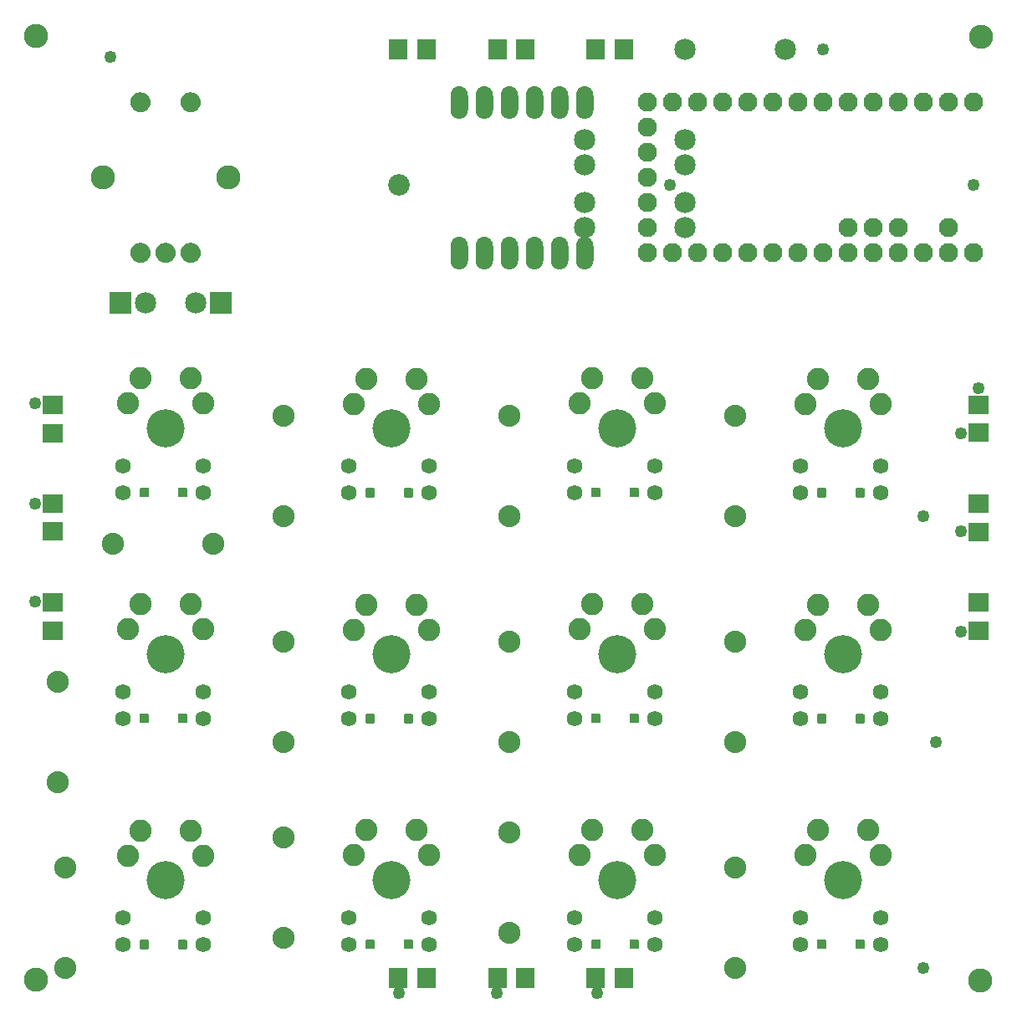
<source format=gts>
G04 MADE WITH FRITZING*
G04 WWW.FRITZING.ORG*
G04 DOUBLE SIDED*
G04 HOLES PLATED*
G04 CONTOUR ON CENTER OF CONTOUR VECTOR*
%ASAXBY*%
%FSLAX23Y23*%
%MOIN*%
%OFA0B0*%
%SFA1.0B1.0*%
%ADD10C,0.151732*%
%ADD11C,0.096614*%
%ADD12C,0.085000*%
%ADD13C,0.049370*%
%ADD14C,0.076889*%
%ADD15C,0.088000*%
%ADD16C,0.062361*%
%ADD17C,0.088639*%
%ADD18C,0.085433*%
%ADD19C,0.068759*%
%ADD20R,0.072992X0.080984*%
%ADD21R,0.080984X0.072992*%
%ADD22R,0.085000X0.085000*%
%ADD23R,0.001000X0.001000*%
%LNMASK1*%
G90*
G70*
G54D10*
X1500Y487D03*
X2400Y487D03*
X3300Y1387D03*
G54D11*
X350Y3287D03*
X850Y3287D03*
G54D12*
X2670Y3797D03*
X3070Y3797D03*
G54D13*
X3220Y3797D03*
X80Y2387D03*
G54D10*
X600Y487D03*
G54D14*
X2520Y2987D03*
X2620Y2987D03*
X2720Y2987D03*
X2820Y2987D03*
X2920Y2987D03*
X3020Y2987D03*
X3120Y2987D03*
X3220Y2987D03*
X3320Y2987D03*
X3420Y2987D03*
X3520Y2987D03*
X3620Y2987D03*
X3720Y2987D03*
X3820Y2987D03*
X3720Y3087D03*
X3420Y3087D03*
X3520Y3087D03*
X2520Y3587D03*
X2620Y3587D03*
X2720Y3587D03*
X2820Y3587D03*
X2920Y3587D03*
X3020Y3587D03*
X3120Y3587D03*
X3220Y3587D03*
X3320Y3587D03*
X3420Y3587D03*
X3520Y3587D03*
X3620Y3587D03*
X3720Y3587D03*
X3820Y3587D03*
X3320Y3087D03*
X2520Y3387D03*
X2520Y3487D03*
X2520Y3287D03*
X2520Y3087D03*
X2520Y3187D03*
G54D11*
X3849Y3850D03*
G54D10*
X1500Y2287D03*
G54D11*
X85Y93D03*
G54D10*
X2400Y2287D03*
X600Y1387D03*
X1500Y1387D03*
X3300Y2287D03*
G54D13*
X380Y3767D03*
G54D10*
X3300Y487D03*
X2400Y1387D03*
G54D11*
X3847Y87D03*
X85Y3851D03*
G54D10*
X600Y2287D03*
G54D12*
X2270Y3087D03*
X2670Y3087D03*
X2270Y3437D03*
X2670Y3437D03*
X2270Y3337D03*
X2670Y3337D03*
X2270Y3187D03*
X2670Y3187D03*
G54D15*
X200Y537D03*
X200Y137D03*
X200Y537D03*
X200Y137D03*
X200Y537D03*
X200Y137D03*
X1070Y657D03*
X1070Y257D03*
X1070Y657D03*
X1070Y257D03*
X1070Y657D03*
X1070Y257D03*
X1970Y677D03*
X1970Y277D03*
X1970Y677D03*
X1970Y277D03*
X1970Y677D03*
X1970Y277D03*
X2870Y537D03*
X2870Y137D03*
X2870Y537D03*
X2870Y137D03*
X2870Y537D03*
X2870Y137D03*
X2870Y1437D03*
X2870Y1037D03*
X2870Y1437D03*
X2870Y1037D03*
X2870Y1437D03*
X2870Y1037D03*
X1970Y1437D03*
X1970Y1037D03*
X1970Y1437D03*
X1970Y1037D03*
X1970Y1437D03*
X1970Y1037D03*
X1070Y1437D03*
X1070Y1037D03*
X1070Y1437D03*
X1070Y1037D03*
X1070Y1437D03*
X1070Y1037D03*
X170Y1277D03*
X170Y877D03*
X170Y1277D03*
X170Y877D03*
X170Y1277D03*
X170Y877D03*
X2870Y2337D03*
X2870Y1937D03*
X2870Y2337D03*
X2870Y1937D03*
X2870Y2337D03*
X2870Y1937D03*
X1970Y2337D03*
X1970Y1937D03*
X1970Y2337D03*
X1970Y1937D03*
X1970Y2337D03*
X1970Y1937D03*
X1070Y2337D03*
X1070Y1937D03*
X1070Y2337D03*
X1070Y1937D03*
X1070Y2337D03*
X1070Y1937D03*
X390Y1827D03*
X790Y1827D03*
X390Y1827D03*
X790Y1827D03*
X390Y1827D03*
X790Y1827D03*
G54D12*
X820Y2787D03*
X720Y2787D03*
X820Y2787D03*
X720Y2787D03*
X420Y2787D03*
X520Y2787D03*
X420Y2787D03*
X520Y2787D03*
G54D16*
X750Y1238D03*
X431Y1238D03*
X750Y1132D03*
X431Y1132D03*
G54D17*
X450Y1487D03*
X500Y1587D03*
X700Y1587D03*
X750Y1487D03*
G54D16*
X750Y337D03*
X431Y337D03*
X750Y231D03*
X431Y231D03*
G54D17*
X450Y586D03*
X500Y686D03*
X700Y686D03*
X750Y586D03*
G54D16*
X3450Y2137D03*
X3131Y2137D03*
X3450Y2031D03*
X3131Y2031D03*
G54D17*
X3150Y2386D03*
X3200Y2486D03*
X3400Y2486D03*
X3450Y2386D03*
G54D16*
X2550Y2138D03*
X2231Y2138D03*
X2550Y2032D03*
X2231Y2032D03*
G54D17*
X2250Y2387D03*
X2300Y2487D03*
X2500Y2487D03*
X2550Y2387D03*
G54D16*
X1650Y2137D03*
X1331Y2137D03*
X1650Y2031D03*
X1331Y2031D03*
G54D17*
X1350Y2386D03*
X1400Y2486D03*
X1600Y2486D03*
X1650Y2386D03*
G54D16*
X750Y2138D03*
X431Y2138D03*
X750Y2032D03*
X431Y2032D03*
G54D17*
X451Y2387D03*
X500Y2487D03*
X700Y2487D03*
X750Y2387D03*
G54D16*
X3450Y1237D03*
X3131Y1237D03*
X3450Y1131D03*
X3131Y1131D03*
G54D17*
X3150Y1486D03*
X3200Y1586D03*
X3400Y1586D03*
X3450Y1486D03*
G54D16*
X2550Y1238D03*
X2231Y1238D03*
X2550Y1132D03*
X2231Y1132D03*
G54D17*
X2250Y1487D03*
X2300Y1587D03*
X2500Y1587D03*
X2550Y1487D03*
G54D16*
X1650Y1237D03*
X1331Y1237D03*
X1650Y1131D03*
X1331Y1131D03*
G54D17*
X1350Y1486D03*
X1400Y1586D03*
X1600Y1586D03*
X1650Y1486D03*
G54D16*
X1650Y338D03*
X1331Y338D03*
X1650Y232D03*
X1331Y232D03*
G54D17*
X1351Y587D03*
X1401Y687D03*
X1600Y687D03*
X1650Y587D03*
G54D16*
X2550Y338D03*
X2231Y338D03*
X2550Y232D03*
X2231Y232D03*
G54D17*
X2251Y587D03*
X2300Y687D03*
X2500Y687D03*
X2550Y587D03*
G54D16*
X3450Y338D03*
X3131Y338D03*
X3450Y232D03*
X3131Y232D03*
G54D17*
X3150Y587D03*
X3200Y687D03*
X3400Y687D03*
X3450Y587D03*
G54D13*
X3670Y1037D03*
X3620Y137D03*
G54D18*
X1530Y3257D03*
G54D13*
X2610Y3257D03*
X3820Y3257D03*
X3840Y2447D03*
G54D19*
X1770Y3586D03*
X1870Y3586D03*
X1970Y3586D03*
X2070Y3586D03*
X2170Y3586D03*
X2270Y3587D03*
X1770Y2986D03*
X1870Y2986D03*
X1970Y2986D03*
X2070Y2986D03*
X2170Y2986D03*
X2270Y2987D03*
G54D13*
X3620Y1937D03*
X80Y1987D03*
X80Y1597D03*
X2320Y37D03*
X1920Y37D03*
X1530Y37D03*
X3770Y1477D03*
X3770Y1877D03*
X3770Y2267D03*
G54D20*
X1528Y3797D03*
X1640Y3797D03*
G54D21*
X150Y1877D03*
X150Y1989D03*
G54D20*
X2315Y3797D03*
X2427Y3797D03*
G54D21*
X3840Y1594D03*
X3840Y1482D03*
G54D22*
X820Y2787D03*
X820Y2787D03*
G54D21*
X3840Y1987D03*
X3840Y1875D03*
G54D22*
X420Y2787D03*
X420Y2787D03*
G54D21*
X150Y2270D03*
X150Y2382D03*
G54D20*
X1639Y97D03*
X1527Y97D03*
X1923Y3797D03*
X2035Y3797D03*
G54D21*
X3840Y2383D03*
X3840Y2271D03*
X150Y1483D03*
X150Y1594D03*
G54D20*
X2427Y97D03*
X2315Y97D03*
X2034Y97D03*
X1922Y97D03*
G54D23*
X1770Y3651D02*
X1771Y3651D01*
X1870Y3651D02*
X1871Y3651D01*
X1970Y3651D02*
X1971Y3651D01*
X2070Y3651D02*
X2071Y3651D01*
X2170Y3651D02*
X2171Y3651D01*
X2269Y3651D02*
X2271Y3651D01*
X1762Y3650D02*
X1778Y3650D01*
X1862Y3650D02*
X1878Y3650D01*
X1962Y3650D02*
X1978Y3650D01*
X2062Y3650D02*
X2078Y3650D01*
X2162Y3650D02*
X2178Y3650D01*
X2262Y3650D02*
X2278Y3650D01*
X1759Y3649D02*
X1781Y3649D01*
X1859Y3649D02*
X1881Y3649D01*
X1959Y3649D02*
X1981Y3649D01*
X2059Y3649D02*
X2081Y3649D01*
X2159Y3649D02*
X2181Y3649D01*
X2259Y3649D02*
X2281Y3649D01*
X1757Y3648D02*
X1784Y3648D01*
X1857Y3648D02*
X1884Y3648D01*
X1957Y3648D02*
X1984Y3648D01*
X2057Y3648D02*
X2084Y3648D01*
X2157Y3648D02*
X2184Y3648D01*
X2256Y3648D02*
X2284Y3648D01*
X1754Y3647D02*
X1786Y3647D01*
X1854Y3647D02*
X1886Y3647D01*
X1954Y3647D02*
X1986Y3647D01*
X2054Y3647D02*
X2086Y3647D01*
X2154Y3647D02*
X2186Y3647D01*
X2254Y3647D02*
X2286Y3647D01*
X1753Y3646D02*
X1787Y3646D01*
X1853Y3646D02*
X1887Y3646D01*
X1953Y3646D02*
X1987Y3646D01*
X2053Y3646D02*
X2087Y3646D01*
X2153Y3646D02*
X2187Y3646D01*
X2253Y3646D02*
X2287Y3646D01*
X1751Y3645D02*
X1789Y3645D01*
X1851Y3645D02*
X1889Y3645D01*
X1951Y3645D02*
X1989Y3645D01*
X2051Y3645D02*
X2089Y3645D01*
X2151Y3645D02*
X2189Y3645D01*
X2251Y3645D02*
X2289Y3645D01*
X1750Y3644D02*
X1791Y3644D01*
X1850Y3644D02*
X1891Y3644D01*
X1950Y3644D02*
X1990Y3644D01*
X2050Y3644D02*
X2091Y3644D01*
X2150Y3644D02*
X2191Y3644D01*
X2250Y3644D02*
X2290Y3644D01*
X1748Y3643D02*
X1792Y3643D01*
X1848Y3643D02*
X1892Y3643D01*
X1948Y3643D02*
X1992Y3643D01*
X2048Y3643D02*
X2092Y3643D01*
X2148Y3643D02*
X2192Y3643D01*
X2248Y3643D02*
X2292Y3643D01*
X1747Y3642D02*
X1793Y3642D01*
X1847Y3642D02*
X1893Y3642D01*
X1947Y3642D02*
X1993Y3642D01*
X2047Y3642D02*
X2093Y3642D01*
X2147Y3642D02*
X2193Y3642D01*
X2247Y3642D02*
X2293Y3642D01*
X1746Y3641D02*
X1794Y3641D01*
X1846Y3641D02*
X1894Y3641D01*
X1946Y3641D02*
X1994Y3641D01*
X2046Y3641D02*
X2094Y3641D01*
X2146Y3641D02*
X2194Y3641D01*
X2246Y3641D02*
X2294Y3641D01*
X1745Y3640D02*
X1795Y3640D01*
X1845Y3640D02*
X1895Y3640D01*
X1945Y3640D02*
X1995Y3640D01*
X2045Y3640D02*
X2095Y3640D01*
X2145Y3640D02*
X2195Y3640D01*
X2245Y3640D02*
X2295Y3640D01*
X1744Y3639D02*
X1796Y3639D01*
X1844Y3639D02*
X1896Y3639D01*
X1944Y3639D02*
X1996Y3639D01*
X2044Y3639D02*
X2096Y3639D01*
X2144Y3639D02*
X2196Y3639D01*
X2244Y3639D02*
X2296Y3639D01*
X1743Y3638D02*
X1797Y3638D01*
X1843Y3638D02*
X1897Y3638D01*
X1943Y3638D02*
X1997Y3638D01*
X2043Y3638D02*
X2097Y3638D01*
X2143Y3638D02*
X2197Y3638D01*
X2243Y3638D02*
X2297Y3638D01*
X1743Y3637D02*
X1797Y3637D01*
X1843Y3637D02*
X1897Y3637D01*
X1943Y3637D02*
X1997Y3637D01*
X2043Y3637D02*
X2097Y3637D01*
X2143Y3637D02*
X2197Y3637D01*
X2243Y3637D02*
X2297Y3637D01*
X1742Y3636D02*
X1798Y3636D01*
X1842Y3636D02*
X1898Y3636D01*
X1942Y3636D02*
X1998Y3636D01*
X2042Y3636D02*
X2098Y3636D01*
X2142Y3636D02*
X2198Y3636D01*
X2242Y3636D02*
X2298Y3636D01*
X1741Y3635D02*
X1799Y3635D01*
X1841Y3635D02*
X1899Y3635D01*
X1941Y3635D02*
X1999Y3635D01*
X2041Y3635D02*
X2099Y3635D01*
X2141Y3635D02*
X2199Y3635D01*
X2241Y3635D02*
X2299Y3635D01*
X1741Y3634D02*
X1799Y3634D01*
X1841Y3634D02*
X1899Y3634D01*
X1941Y3634D02*
X1999Y3634D01*
X2041Y3634D02*
X2099Y3634D01*
X2141Y3634D02*
X2199Y3634D01*
X2241Y3634D02*
X2299Y3634D01*
X1740Y3633D02*
X1800Y3633D01*
X1840Y3633D02*
X1900Y3633D01*
X1940Y3633D02*
X2000Y3633D01*
X2040Y3633D02*
X2100Y3633D01*
X2140Y3633D02*
X2200Y3633D01*
X2240Y3633D02*
X2300Y3633D01*
X1740Y3632D02*
X1801Y3632D01*
X1840Y3632D02*
X1901Y3632D01*
X1940Y3632D02*
X2001Y3632D01*
X2040Y3632D02*
X2101Y3632D01*
X2140Y3632D02*
X2201Y3632D01*
X2239Y3632D02*
X2301Y3632D01*
X1739Y3631D02*
X1801Y3631D01*
X1839Y3631D02*
X1901Y3631D01*
X1939Y3631D02*
X2001Y3631D01*
X2039Y3631D02*
X2101Y3631D01*
X2139Y3631D02*
X2201Y3631D01*
X2239Y3631D02*
X2301Y3631D01*
X1739Y3630D02*
X1802Y3630D01*
X1839Y3630D02*
X1902Y3630D01*
X1939Y3630D02*
X2002Y3630D01*
X2039Y3630D02*
X2102Y3630D01*
X2139Y3630D02*
X2202Y3630D01*
X2239Y3630D02*
X2302Y3630D01*
X1738Y3629D02*
X1802Y3629D01*
X1838Y3629D02*
X1902Y3629D01*
X1938Y3629D02*
X2002Y3629D01*
X2038Y3629D02*
X2102Y3629D01*
X2138Y3629D02*
X2202Y3629D01*
X2238Y3629D02*
X2302Y3629D01*
X1738Y3628D02*
X1802Y3628D01*
X1838Y3628D02*
X1902Y3628D01*
X1938Y3628D02*
X2002Y3628D01*
X2038Y3628D02*
X2102Y3628D01*
X2138Y3628D02*
X2202Y3628D01*
X2238Y3628D02*
X2302Y3628D01*
X495Y3627D02*
X504Y3627D01*
X695Y3627D02*
X704Y3627D01*
X1737Y3627D02*
X1803Y3627D01*
X1837Y3627D02*
X1903Y3627D01*
X1937Y3627D02*
X2003Y3627D01*
X2037Y3627D02*
X2103Y3627D01*
X2137Y3627D02*
X2203Y3627D01*
X2237Y3627D02*
X2303Y3627D01*
X490Y3626D02*
X509Y3626D01*
X690Y3626D02*
X709Y3626D01*
X1737Y3626D02*
X1803Y3626D01*
X1837Y3626D02*
X1903Y3626D01*
X1937Y3626D02*
X2003Y3626D01*
X2037Y3626D02*
X2103Y3626D01*
X2137Y3626D02*
X2203Y3626D01*
X2237Y3626D02*
X2303Y3626D01*
X486Y3625D02*
X513Y3625D01*
X686Y3625D02*
X713Y3625D01*
X1737Y3625D02*
X1803Y3625D01*
X1837Y3625D02*
X1903Y3625D01*
X1937Y3625D02*
X2003Y3625D01*
X2037Y3625D02*
X2103Y3625D01*
X2137Y3625D02*
X2203Y3625D01*
X2237Y3625D02*
X2303Y3625D01*
X484Y3624D02*
X515Y3624D01*
X684Y3624D02*
X715Y3624D01*
X1737Y3624D02*
X1804Y3624D01*
X1837Y3624D02*
X1904Y3624D01*
X1937Y3624D02*
X2004Y3624D01*
X2037Y3624D02*
X2104Y3624D01*
X2137Y3624D02*
X2204Y3624D01*
X2237Y3624D02*
X2304Y3624D01*
X482Y3623D02*
X517Y3623D01*
X682Y3623D02*
X717Y3623D01*
X1736Y3623D02*
X1804Y3623D01*
X1836Y3623D02*
X1904Y3623D01*
X1936Y3623D02*
X2004Y3623D01*
X2036Y3623D02*
X2104Y3623D01*
X2136Y3623D02*
X2204Y3623D01*
X2236Y3623D02*
X2304Y3623D01*
X480Y3622D02*
X519Y3622D01*
X680Y3622D02*
X719Y3622D01*
X1736Y3622D02*
X1804Y3622D01*
X1836Y3622D02*
X1904Y3622D01*
X1936Y3622D02*
X2004Y3622D01*
X2036Y3622D02*
X2104Y3622D01*
X2136Y3622D02*
X2204Y3622D01*
X2236Y3622D02*
X2304Y3622D01*
X478Y3621D02*
X521Y3621D01*
X678Y3621D02*
X721Y3621D01*
X1736Y3621D02*
X1804Y3621D01*
X1836Y3621D02*
X1904Y3621D01*
X1936Y3621D02*
X2004Y3621D01*
X2036Y3621D02*
X2104Y3621D01*
X2136Y3621D02*
X2204Y3621D01*
X2236Y3621D02*
X2304Y3621D01*
X477Y3620D02*
X522Y3620D01*
X677Y3620D02*
X722Y3620D01*
X1736Y3620D02*
X1804Y3620D01*
X1836Y3620D02*
X1904Y3620D01*
X1936Y3620D02*
X2004Y3620D01*
X2036Y3620D02*
X2104Y3620D01*
X2136Y3620D02*
X2204Y3620D01*
X2236Y3620D02*
X2304Y3620D01*
X476Y3619D02*
X524Y3619D01*
X676Y3619D02*
X724Y3619D01*
X1736Y3619D02*
X1804Y3619D01*
X1836Y3619D02*
X1904Y3619D01*
X1936Y3619D02*
X2004Y3619D01*
X2036Y3619D02*
X2104Y3619D01*
X2136Y3619D02*
X2204Y3619D01*
X2236Y3619D02*
X2304Y3619D01*
X474Y3618D02*
X525Y3618D01*
X674Y3618D02*
X725Y3618D01*
X1736Y3618D02*
X1804Y3618D01*
X1836Y3618D02*
X1904Y3618D01*
X1936Y3618D02*
X2004Y3618D01*
X2036Y3618D02*
X2104Y3618D01*
X2136Y3618D02*
X2204Y3618D01*
X2236Y3618D02*
X2304Y3618D01*
X473Y3617D02*
X526Y3617D01*
X673Y3617D02*
X726Y3617D01*
X1736Y3617D02*
X1804Y3617D01*
X1836Y3617D02*
X1904Y3617D01*
X1936Y3617D02*
X2004Y3617D01*
X2036Y3617D02*
X2104Y3617D01*
X2136Y3617D02*
X2204Y3617D01*
X2236Y3617D02*
X2304Y3617D01*
X472Y3616D02*
X527Y3616D01*
X672Y3616D02*
X727Y3616D01*
X1736Y3616D02*
X1805Y3616D01*
X1836Y3616D02*
X1905Y3616D01*
X1936Y3616D02*
X2005Y3616D01*
X2036Y3616D02*
X2105Y3616D01*
X2136Y3616D02*
X2205Y3616D01*
X2236Y3616D02*
X2305Y3616D01*
X471Y3615D02*
X528Y3615D01*
X671Y3615D02*
X728Y3615D01*
X1736Y3615D02*
X1805Y3615D01*
X1836Y3615D02*
X1905Y3615D01*
X1936Y3615D02*
X2005Y3615D01*
X2036Y3615D02*
X2105Y3615D01*
X2136Y3615D02*
X2205Y3615D01*
X2236Y3615D02*
X2305Y3615D01*
X470Y3614D02*
X529Y3614D01*
X670Y3614D02*
X729Y3614D01*
X1736Y3614D02*
X1805Y3614D01*
X1836Y3614D02*
X1905Y3614D01*
X1936Y3614D02*
X2005Y3614D01*
X2036Y3614D02*
X2105Y3614D01*
X2136Y3614D02*
X2205Y3614D01*
X2236Y3614D02*
X2305Y3614D01*
X469Y3613D02*
X530Y3613D01*
X669Y3613D02*
X730Y3613D01*
X1736Y3613D02*
X1805Y3613D01*
X1836Y3613D02*
X1905Y3613D01*
X1936Y3613D02*
X2005Y3613D01*
X2036Y3613D02*
X2105Y3613D01*
X2136Y3613D02*
X2205Y3613D01*
X2236Y3613D02*
X2305Y3613D01*
X469Y3612D02*
X531Y3612D01*
X669Y3612D02*
X731Y3612D01*
X1736Y3612D02*
X1805Y3612D01*
X1836Y3612D02*
X1905Y3612D01*
X1936Y3612D02*
X2005Y3612D01*
X2036Y3612D02*
X2105Y3612D01*
X2136Y3612D02*
X2205Y3612D01*
X2236Y3612D02*
X2305Y3612D01*
X468Y3611D02*
X531Y3611D01*
X668Y3611D02*
X731Y3611D01*
X1736Y3611D02*
X1805Y3611D01*
X1836Y3611D02*
X1905Y3611D01*
X1936Y3611D02*
X2005Y3611D01*
X2036Y3611D02*
X2105Y3611D01*
X2136Y3611D02*
X2205Y3611D01*
X2236Y3611D02*
X2305Y3611D01*
X467Y3610D02*
X532Y3610D01*
X667Y3610D02*
X732Y3610D01*
X1736Y3610D02*
X1805Y3610D01*
X1836Y3610D02*
X1905Y3610D01*
X1936Y3610D02*
X2005Y3610D01*
X2036Y3610D02*
X2105Y3610D01*
X2136Y3610D02*
X2205Y3610D01*
X2236Y3610D02*
X2305Y3610D01*
X467Y3609D02*
X533Y3609D01*
X667Y3609D02*
X733Y3609D01*
X1736Y3609D02*
X1805Y3609D01*
X1836Y3609D02*
X1905Y3609D01*
X1936Y3609D02*
X2005Y3609D01*
X2036Y3609D02*
X2105Y3609D01*
X2136Y3609D02*
X2205Y3609D01*
X2236Y3609D02*
X2305Y3609D01*
X466Y3608D02*
X533Y3608D01*
X666Y3608D02*
X733Y3608D01*
X1736Y3608D02*
X1805Y3608D01*
X1836Y3608D02*
X1905Y3608D01*
X1936Y3608D02*
X2005Y3608D01*
X2036Y3608D02*
X2105Y3608D01*
X2136Y3608D02*
X2205Y3608D01*
X2236Y3608D02*
X2305Y3608D01*
X465Y3607D02*
X534Y3607D01*
X665Y3607D02*
X734Y3607D01*
X1736Y3607D02*
X1805Y3607D01*
X1836Y3607D02*
X1905Y3607D01*
X1936Y3607D02*
X2005Y3607D01*
X2036Y3607D02*
X2105Y3607D01*
X2136Y3607D02*
X2205Y3607D01*
X2236Y3607D02*
X2305Y3607D01*
X465Y3606D02*
X535Y3606D01*
X665Y3606D02*
X735Y3606D01*
X1736Y3606D02*
X1805Y3606D01*
X1836Y3606D02*
X1905Y3606D01*
X1936Y3606D02*
X2005Y3606D01*
X2036Y3606D02*
X2105Y3606D01*
X2136Y3606D02*
X2205Y3606D01*
X2236Y3606D02*
X2305Y3606D01*
X464Y3605D02*
X535Y3605D01*
X664Y3605D02*
X735Y3605D01*
X1736Y3605D02*
X1805Y3605D01*
X1836Y3605D02*
X1905Y3605D01*
X1936Y3605D02*
X2005Y3605D01*
X2036Y3605D02*
X2105Y3605D01*
X2136Y3605D02*
X2205Y3605D01*
X2236Y3605D02*
X2305Y3605D01*
X464Y3604D02*
X536Y3604D01*
X664Y3604D02*
X736Y3604D01*
X1736Y3604D02*
X1805Y3604D01*
X1836Y3604D02*
X1905Y3604D01*
X1936Y3604D02*
X2005Y3604D01*
X2036Y3604D02*
X2105Y3604D01*
X2136Y3604D02*
X2205Y3604D01*
X2236Y3604D02*
X2305Y3604D01*
X463Y3603D02*
X536Y3603D01*
X663Y3603D02*
X736Y3603D01*
X1736Y3603D02*
X1805Y3603D01*
X1836Y3603D02*
X1905Y3603D01*
X1936Y3603D02*
X2005Y3603D01*
X2036Y3603D02*
X2105Y3603D01*
X2136Y3603D02*
X2205Y3603D01*
X2236Y3603D02*
X2305Y3603D01*
X463Y3602D02*
X536Y3602D01*
X663Y3602D02*
X736Y3602D01*
X1736Y3602D02*
X1805Y3602D01*
X1836Y3602D02*
X1905Y3602D01*
X1936Y3602D02*
X2005Y3602D01*
X2036Y3602D02*
X2105Y3602D01*
X2136Y3602D02*
X2205Y3602D01*
X2236Y3602D02*
X2305Y3602D01*
X463Y3601D02*
X537Y3601D01*
X663Y3601D02*
X737Y3601D01*
X1736Y3601D02*
X1769Y3601D01*
X1771Y3601D02*
X1805Y3601D01*
X1836Y3601D02*
X1869Y3601D01*
X1871Y3601D02*
X1905Y3601D01*
X1936Y3601D02*
X1969Y3601D01*
X1971Y3601D02*
X2005Y3601D01*
X2036Y3601D02*
X2069Y3601D01*
X2071Y3601D02*
X2105Y3601D01*
X2136Y3601D02*
X2169Y3601D01*
X2171Y3601D02*
X2205Y3601D01*
X2236Y3601D02*
X2269Y3601D01*
X2271Y3601D02*
X2305Y3601D01*
X462Y3600D02*
X537Y3600D01*
X662Y3600D02*
X737Y3600D01*
X1736Y3600D02*
X1764Y3600D01*
X1776Y3600D02*
X1805Y3600D01*
X1836Y3600D02*
X1864Y3600D01*
X1876Y3600D02*
X1905Y3600D01*
X1936Y3600D02*
X1964Y3600D01*
X1976Y3600D02*
X2005Y3600D01*
X2036Y3600D02*
X2064Y3600D01*
X2076Y3600D02*
X2105Y3600D01*
X2136Y3600D02*
X2164Y3600D01*
X2176Y3600D02*
X2205Y3600D01*
X2236Y3600D02*
X2264Y3600D01*
X2276Y3600D02*
X2305Y3600D01*
X462Y3599D02*
X537Y3599D01*
X662Y3599D02*
X737Y3599D01*
X1736Y3599D02*
X1762Y3599D01*
X1778Y3599D02*
X1805Y3599D01*
X1836Y3599D02*
X1862Y3599D01*
X1878Y3599D02*
X1905Y3599D01*
X1936Y3599D02*
X1962Y3599D01*
X1978Y3599D02*
X2005Y3599D01*
X2036Y3599D02*
X2062Y3599D01*
X2078Y3599D02*
X2105Y3599D01*
X2136Y3599D02*
X2162Y3599D01*
X2178Y3599D02*
X2205Y3599D01*
X2236Y3599D02*
X2262Y3599D01*
X2278Y3599D02*
X2305Y3599D01*
X462Y3598D02*
X538Y3598D01*
X662Y3598D02*
X738Y3598D01*
X1736Y3598D02*
X1761Y3598D01*
X1780Y3598D02*
X1805Y3598D01*
X1836Y3598D02*
X1861Y3598D01*
X1880Y3598D02*
X1905Y3598D01*
X1936Y3598D02*
X1961Y3598D01*
X1980Y3598D02*
X2005Y3598D01*
X2036Y3598D02*
X2061Y3598D01*
X2080Y3598D02*
X2105Y3598D01*
X2136Y3598D02*
X2161Y3598D01*
X2180Y3598D02*
X2205Y3598D01*
X2236Y3598D02*
X2260Y3598D01*
X2280Y3598D02*
X2305Y3598D01*
X461Y3597D02*
X538Y3597D01*
X661Y3597D02*
X738Y3597D01*
X1736Y3597D02*
X1759Y3597D01*
X1781Y3597D02*
X1805Y3597D01*
X1836Y3597D02*
X1859Y3597D01*
X1881Y3597D02*
X1905Y3597D01*
X1936Y3597D02*
X1959Y3597D01*
X1981Y3597D02*
X2005Y3597D01*
X2036Y3597D02*
X2059Y3597D01*
X2081Y3597D02*
X2105Y3597D01*
X2136Y3597D02*
X2159Y3597D01*
X2181Y3597D02*
X2205Y3597D01*
X2236Y3597D02*
X2259Y3597D01*
X2281Y3597D02*
X2305Y3597D01*
X461Y3596D02*
X538Y3596D01*
X661Y3596D02*
X738Y3596D01*
X1736Y3596D02*
X1758Y3596D01*
X1782Y3596D02*
X1805Y3596D01*
X1836Y3596D02*
X1858Y3596D01*
X1882Y3596D02*
X1905Y3596D01*
X1936Y3596D02*
X1958Y3596D01*
X1982Y3596D02*
X2005Y3596D01*
X2036Y3596D02*
X2058Y3596D01*
X2082Y3596D02*
X2105Y3596D01*
X2136Y3596D02*
X2158Y3596D01*
X2182Y3596D02*
X2205Y3596D01*
X2236Y3596D02*
X2258Y3596D01*
X2282Y3596D02*
X2305Y3596D01*
X461Y3595D02*
X538Y3595D01*
X661Y3595D02*
X738Y3595D01*
X1736Y3595D02*
X1758Y3595D01*
X1783Y3595D02*
X1805Y3595D01*
X1836Y3595D02*
X1858Y3595D01*
X1883Y3595D02*
X1905Y3595D01*
X1936Y3595D02*
X1958Y3595D01*
X1983Y3595D02*
X2005Y3595D01*
X2036Y3595D02*
X2058Y3595D01*
X2083Y3595D02*
X2105Y3595D01*
X2136Y3595D02*
X2158Y3595D01*
X2183Y3595D02*
X2205Y3595D01*
X2236Y3595D02*
X2258Y3595D01*
X2283Y3595D02*
X2305Y3595D01*
X461Y3594D02*
X538Y3594D01*
X661Y3594D02*
X738Y3594D01*
X1736Y3594D02*
X1757Y3594D01*
X1783Y3594D02*
X1805Y3594D01*
X1836Y3594D02*
X1857Y3594D01*
X1883Y3594D02*
X1905Y3594D01*
X1936Y3594D02*
X1957Y3594D01*
X1983Y3594D02*
X2005Y3594D01*
X2036Y3594D02*
X2057Y3594D01*
X2083Y3594D02*
X2105Y3594D01*
X2136Y3594D02*
X2157Y3594D01*
X2183Y3594D02*
X2205Y3594D01*
X2236Y3594D02*
X2257Y3594D01*
X2283Y3594D02*
X2305Y3594D01*
X461Y3593D02*
X539Y3593D01*
X661Y3593D02*
X739Y3593D01*
X1736Y3593D02*
X1756Y3593D01*
X1784Y3593D02*
X1805Y3593D01*
X1836Y3593D02*
X1856Y3593D01*
X1884Y3593D02*
X1905Y3593D01*
X1936Y3593D02*
X1956Y3593D01*
X1984Y3593D02*
X2005Y3593D01*
X2036Y3593D02*
X2056Y3593D01*
X2084Y3593D02*
X2105Y3593D01*
X2136Y3593D02*
X2156Y3593D01*
X2184Y3593D02*
X2205Y3593D01*
X2236Y3593D02*
X2256Y3593D01*
X2284Y3593D02*
X2305Y3593D01*
X460Y3592D02*
X539Y3592D01*
X660Y3592D02*
X739Y3592D01*
X1736Y3592D02*
X1756Y3592D01*
X1784Y3592D02*
X1805Y3592D01*
X1836Y3592D02*
X1856Y3592D01*
X1884Y3592D02*
X1905Y3592D01*
X1936Y3592D02*
X1956Y3592D01*
X1984Y3592D02*
X2005Y3592D01*
X2036Y3592D02*
X2056Y3592D01*
X2084Y3592D02*
X2105Y3592D01*
X2136Y3592D02*
X2156Y3592D01*
X2184Y3592D02*
X2205Y3592D01*
X2236Y3592D02*
X2256Y3592D01*
X2284Y3592D02*
X2305Y3592D01*
X460Y3591D02*
X539Y3591D01*
X660Y3591D02*
X739Y3591D01*
X1736Y3591D02*
X1755Y3591D01*
X1785Y3591D02*
X1805Y3591D01*
X1836Y3591D02*
X1855Y3591D01*
X1885Y3591D02*
X1905Y3591D01*
X1936Y3591D02*
X1955Y3591D01*
X1985Y3591D02*
X2005Y3591D01*
X2036Y3591D02*
X2055Y3591D01*
X2085Y3591D02*
X2105Y3591D01*
X2136Y3591D02*
X2155Y3591D01*
X2185Y3591D02*
X2205Y3591D01*
X2236Y3591D02*
X2255Y3591D01*
X2285Y3591D02*
X2305Y3591D01*
X460Y3590D02*
X539Y3590D01*
X660Y3590D02*
X739Y3590D01*
X1736Y3590D02*
X1755Y3590D01*
X1785Y3590D02*
X1805Y3590D01*
X1836Y3590D02*
X1855Y3590D01*
X1885Y3590D02*
X1905Y3590D01*
X1936Y3590D02*
X1955Y3590D01*
X1985Y3590D02*
X2005Y3590D01*
X2036Y3590D02*
X2055Y3590D01*
X2085Y3590D02*
X2105Y3590D01*
X2136Y3590D02*
X2155Y3590D01*
X2185Y3590D02*
X2205Y3590D01*
X2236Y3590D02*
X2255Y3590D01*
X2285Y3590D02*
X2305Y3590D01*
X460Y3589D02*
X539Y3589D01*
X660Y3589D02*
X739Y3589D01*
X1736Y3589D02*
X1755Y3589D01*
X1785Y3589D02*
X1805Y3589D01*
X1836Y3589D02*
X1855Y3589D01*
X1885Y3589D02*
X1905Y3589D01*
X1936Y3589D02*
X1955Y3589D01*
X1985Y3589D02*
X2005Y3589D01*
X2036Y3589D02*
X2055Y3589D01*
X2085Y3589D02*
X2105Y3589D01*
X2136Y3589D02*
X2155Y3589D01*
X2185Y3589D02*
X2205Y3589D01*
X2236Y3589D02*
X2255Y3589D01*
X2285Y3589D02*
X2305Y3589D01*
X460Y3588D02*
X539Y3588D01*
X660Y3588D02*
X739Y3588D01*
X1736Y3588D02*
X1755Y3588D01*
X1785Y3588D02*
X1805Y3588D01*
X1836Y3588D02*
X1855Y3588D01*
X1885Y3588D02*
X1905Y3588D01*
X1936Y3588D02*
X1955Y3588D01*
X1985Y3588D02*
X2005Y3588D01*
X2036Y3588D02*
X2055Y3588D01*
X2085Y3588D02*
X2105Y3588D01*
X2136Y3588D02*
X2155Y3588D01*
X2185Y3588D02*
X2205Y3588D01*
X2236Y3588D02*
X2255Y3588D01*
X2285Y3588D02*
X2305Y3588D01*
X460Y3587D02*
X539Y3587D01*
X660Y3587D02*
X739Y3587D01*
X1736Y3587D02*
X1755Y3587D01*
X1785Y3587D02*
X1805Y3587D01*
X1836Y3587D02*
X1855Y3587D01*
X1885Y3587D02*
X1905Y3587D01*
X1936Y3587D02*
X1955Y3587D01*
X1985Y3587D02*
X2005Y3587D01*
X2036Y3587D02*
X2055Y3587D01*
X2085Y3587D02*
X2105Y3587D01*
X2136Y3587D02*
X2155Y3587D01*
X2185Y3587D02*
X2205Y3587D01*
X2236Y3587D02*
X2255Y3587D01*
X2285Y3587D02*
X2305Y3587D01*
X460Y3586D02*
X539Y3586D01*
X660Y3586D02*
X739Y3586D01*
X1736Y3586D02*
X1755Y3586D01*
X1786Y3586D02*
X1805Y3586D01*
X1836Y3586D02*
X1855Y3586D01*
X1886Y3586D02*
X1905Y3586D01*
X1936Y3586D02*
X1955Y3586D01*
X1986Y3586D02*
X2005Y3586D01*
X2036Y3586D02*
X2055Y3586D01*
X2086Y3586D02*
X2105Y3586D01*
X2136Y3586D02*
X2155Y3586D01*
X2186Y3586D02*
X2205Y3586D01*
X2236Y3586D02*
X2255Y3586D01*
X2286Y3586D02*
X2305Y3586D01*
X460Y3585D02*
X539Y3585D01*
X660Y3585D02*
X739Y3585D01*
X1736Y3585D02*
X1755Y3585D01*
X1785Y3585D02*
X1805Y3585D01*
X1836Y3585D02*
X1855Y3585D01*
X1885Y3585D02*
X1905Y3585D01*
X1936Y3585D02*
X1955Y3585D01*
X1985Y3585D02*
X2005Y3585D01*
X2036Y3585D02*
X2055Y3585D01*
X2085Y3585D02*
X2105Y3585D01*
X2136Y3585D02*
X2155Y3585D01*
X2185Y3585D02*
X2205Y3585D01*
X2236Y3585D02*
X2255Y3585D01*
X2285Y3585D02*
X2305Y3585D01*
X460Y3584D02*
X539Y3584D01*
X660Y3584D02*
X739Y3584D01*
X1736Y3584D02*
X1755Y3584D01*
X1785Y3584D02*
X1805Y3584D01*
X1836Y3584D02*
X1855Y3584D01*
X1885Y3584D02*
X1905Y3584D01*
X1936Y3584D02*
X1955Y3584D01*
X1985Y3584D02*
X2005Y3584D01*
X2036Y3584D02*
X2055Y3584D01*
X2085Y3584D02*
X2105Y3584D01*
X2136Y3584D02*
X2155Y3584D01*
X2185Y3584D02*
X2205Y3584D01*
X2236Y3584D02*
X2255Y3584D01*
X2285Y3584D02*
X2305Y3584D01*
X460Y3583D02*
X539Y3583D01*
X660Y3583D02*
X739Y3583D01*
X1736Y3583D02*
X1755Y3583D01*
X1785Y3583D02*
X1805Y3583D01*
X1836Y3583D02*
X1855Y3583D01*
X1885Y3583D02*
X1905Y3583D01*
X1936Y3583D02*
X1955Y3583D01*
X1985Y3583D02*
X2005Y3583D01*
X2036Y3583D02*
X2055Y3583D01*
X2085Y3583D02*
X2105Y3583D01*
X2136Y3583D02*
X2155Y3583D01*
X2185Y3583D02*
X2205Y3583D01*
X2236Y3583D02*
X2255Y3583D01*
X2285Y3583D02*
X2305Y3583D01*
X461Y3582D02*
X539Y3582D01*
X661Y3582D02*
X739Y3582D01*
X1736Y3582D02*
X1755Y3582D01*
X1785Y3582D02*
X1805Y3582D01*
X1836Y3582D02*
X1855Y3582D01*
X1885Y3582D02*
X1905Y3582D01*
X1936Y3582D02*
X1955Y3582D01*
X1985Y3582D02*
X2005Y3582D01*
X2036Y3582D02*
X2055Y3582D01*
X2085Y3582D02*
X2105Y3582D01*
X2136Y3582D02*
X2155Y3582D01*
X2185Y3582D02*
X2205Y3582D01*
X2236Y3582D02*
X2255Y3582D01*
X2285Y3582D02*
X2305Y3582D01*
X461Y3581D02*
X538Y3581D01*
X661Y3581D02*
X738Y3581D01*
X1736Y3581D02*
X1755Y3581D01*
X1785Y3581D02*
X1805Y3581D01*
X1836Y3581D02*
X1855Y3581D01*
X1885Y3581D02*
X1905Y3581D01*
X1936Y3581D02*
X1955Y3581D01*
X1985Y3581D02*
X2005Y3581D01*
X2036Y3581D02*
X2055Y3581D01*
X2085Y3581D02*
X2105Y3581D01*
X2136Y3581D02*
X2155Y3581D01*
X2185Y3581D02*
X2205Y3581D01*
X2236Y3581D02*
X2255Y3581D01*
X2285Y3581D02*
X2305Y3581D01*
X461Y3580D02*
X538Y3580D01*
X661Y3580D02*
X738Y3580D01*
X1736Y3580D02*
X1756Y3580D01*
X1784Y3580D02*
X1805Y3580D01*
X1836Y3580D02*
X1856Y3580D01*
X1884Y3580D02*
X1905Y3580D01*
X1936Y3580D02*
X1956Y3580D01*
X1984Y3580D02*
X2005Y3580D01*
X2036Y3580D02*
X2056Y3580D01*
X2084Y3580D02*
X2105Y3580D01*
X2136Y3580D02*
X2156Y3580D01*
X2184Y3580D02*
X2205Y3580D01*
X2236Y3580D02*
X2256Y3580D01*
X2284Y3580D02*
X2305Y3580D01*
X461Y3579D02*
X538Y3579D01*
X661Y3579D02*
X738Y3579D01*
X1736Y3579D02*
X1756Y3579D01*
X1784Y3579D02*
X1805Y3579D01*
X1836Y3579D02*
X1856Y3579D01*
X1884Y3579D02*
X1905Y3579D01*
X1936Y3579D02*
X1956Y3579D01*
X1984Y3579D02*
X2005Y3579D01*
X2036Y3579D02*
X2056Y3579D01*
X2084Y3579D02*
X2105Y3579D01*
X2136Y3579D02*
X2156Y3579D01*
X2184Y3579D02*
X2205Y3579D01*
X2236Y3579D02*
X2256Y3579D01*
X2284Y3579D02*
X2305Y3579D01*
X461Y3578D02*
X538Y3578D01*
X661Y3578D02*
X738Y3578D01*
X1736Y3578D02*
X1757Y3578D01*
X1783Y3578D02*
X1805Y3578D01*
X1836Y3578D02*
X1857Y3578D01*
X1883Y3578D02*
X1905Y3578D01*
X1936Y3578D02*
X1957Y3578D01*
X1983Y3578D02*
X2005Y3578D01*
X2036Y3578D02*
X2057Y3578D01*
X2083Y3578D02*
X2105Y3578D01*
X2136Y3578D02*
X2157Y3578D01*
X2183Y3578D02*
X2205Y3578D01*
X2236Y3578D02*
X2257Y3578D01*
X2283Y3578D02*
X2305Y3578D01*
X462Y3577D02*
X538Y3577D01*
X662Y3577D02*
X738Y3577D01*
X1736Y3577D02*
X1758Y3577D01*
X1782Y3577D02*
X1805Y3577D01*
X1836Y3577D02*
X1858Y3577D01*
X1882Y3577D02*
X1905Y3577D01*
X1936Y3577D02*
X1958Y3577D01*
X1982Y3577D02*
X2005Y3577D01*
X2036Y3577D02*
X2058Y3577D01*
X2082Y3577D02*
X2105Y3577D01*
X2136Y3577D02*
X2158Y3577D01*
X2182Y3577D02*
X2205Y3577D01*
X2236Y3577D02*
X2258Y3577D01*
X2282Y3577D02*
X2305Y3577D01*
X462Y3576D02*
X537Y3576D01*
X662Y3576D02*
X737Y3576D01*
X1736Y3576D02*
X1758Y3576D01*
X1782Y3576D02*
X1805Y3576D01*
X1836Y3576D02*
X1858Y3576D01*
X1882Y3576D02*
X1905Y3576D01*
X1936Y3576D02*
X1958Y3576D01*
X1982Y3576D02*
X2005Y3576D01*
X2036Y3576D02*
X2058Y3576D01*
X2082Y3576D02*
X2105Y3576D01*
X2136Y3576D02*
X2158Y3576D01*
X2182Y3576D02*
X2205Y3576D01*
X2236Y3576D02*
X2258Y3576D01*
X2282Y3576D02*
X2305Y3576D01*
X462Y3575D02*
X537Y3575D01*
X662Y3575D02*
X737Y3575D01*
X1736Y3575D02*
X1759Y3575D01*
X1781Y3575D02*
X1805Y3575D01*
X1836Y3575D02*
X1859Y3575D01*
X1881Y3575D02*
X1905Y3575D01*
X1936Y3575D02*
X1959Y3575D01*
X1981Y3575D02*
X2005Y3575D01*
X2036Y3575D02*
X2059Y3575D01*
X2081Y3575D02*
X2105Y3575D01*
X2136Y3575D02*
X2159Y3575D01*
X2181Y3575D02*
X2205Y3575D01*
X2236Y3575D02*
X2259Y3575D01*
X2281Y3575D02*
X2305Y3575D01*
X463Y3574D02*
X537Y3574D01*
X663Y3574D02*
X737Y3574D01*
X1736Y3574D02*
X1761Y3574D01*
X1779Y3574D02*
X1805Y3574D01*
X1836Y3574D02*
X1861Y3574D01*
X1879Y3574D02*
X1905Y3574D01*
X1936Y3574D02*
X1961Y3574D01*
X1979Y3574D02*
X2005Y3574D01*
X2036Y3574D02*
X2061Y3574D01*
X2079Y3574D02*
X2105Y3574D01*
X2136Y3574D02*
X2161Y3574D01*
X2179Y3574D02*
X2205Y3574D01*
X2236Y3574D02*
X2261Y3574D01*
X2279Y3574D02*
X2305Y3574D01*
X463Y3573D02*
X536Y3573D01*
X663Y3573D02*
X736Y3573D01*
X1736Y3573D02*
X1762Y3573D01*
X1778Y3573D02*
X1805Y3573D01*
X1836Y3573D02*
X1862Y3573D01*
X1878Y3573D02*
X1905Y3573D01*
X1936Y3573D02*
X1962Y3573D01*
X1978Y3573D02*
X2005Y3573D01*
X2036Y3573D02*
X2062Y3573D01*
X2078Y3573D02*
X2105Y3573D01*
X2136Y3573D02*
X2162Y3573D01*
X2178Y3573D02*
X2205Y3573D01*
X2236Y3573D02*
X2262Y3573D01*
X2278Y3573D02*
X2305Y3573D01*
X463Y3572D02*
X536Y3572D01*
X663Y3572D02*
X736Y3572D01*
X1736Y3572D02*
X1764Y3572D01*
X1776Y3572D02*
X1805Y3572D01*
X1836Y3572D02*
X1864Y3572D01*
X1876Y3572D02*
X1905Y3572D01*
X1936Y3572D02*
X1964Y3572D01*
X1976Y3572D02*
X2005Y3572D01*
X2036Y3572D02*
X2064Y3572D01*
X2076Y3572D02*
X2105Y3572D01*
X2136Y3572D02*
X2164Y3572D01*
X2176Y3572D02*
X2205Y3572D01*
X2236Y3572D02*
X2264Y3572D01*
X2276Y3572D02*
X2305Y3572D01*
X464Y3571D02*
X536Y3571D01*
X664Y3571D02*
X736Y3571D01*
X1736Y3571D02*
X1805Y3571D01*
X1836Y3571D02*
X1905Y3571D01*
X1936Y3571D02*
X2005Y3571D01*
X2036Y3571D02*
X2105Y3571D01*
X2136Y3571D02*
X2205Y3571D01*
X2236Y3571D02*
X2305Y3571D01*
X464Y3570D02*
X535Y3570D01*
X664Y3570D02*
X735Y3570D01*
X1736Y3570D02*
X1805Y3570D01*
X1836Y3570D02*
X1905Y3570D01*
X1936Y3570D02*
X2005Y3570D01*
X2036Y3570D02*
X2105Y3570D01*
X2136Y3570D02*
X2205Y3570D01*
X2236Y3570D02*
X2305Y3570D01*
X465Y3569D02*
X535Y3569D01*
X665Y3569D02*
X735Y3569D01*
X1736Y3569D02*
X1805Y3569D01*
X1836Y3569D02*
X1905Y3569D01*
X1936Y3569D02*
X2005Y3569D01*
X2036Y3569D02*
X2105Y3569D01*
X2136Y3569D02*
X2205Y3569D01*
X2236Y3569D02*
X2305Y3569D01*
X465Y3568D02*
X534Y3568D01*
X665Y3568D02*
X734Y3568D01*
X1736Y3568D02*
X1805Y3568D01*
X1836Y3568D02*
X1905Y3568D01*
X1936Y3568D02*
X2005Y3568D01*
X2036Y3568D02*
X2105Y3568D01*
X2136Y3568D02*
X2205Y3568D01*
X2236Y3568D02*
X2305Y3568D01*
X466Y3567D02*
X533Y3567D01*
X666Y3567D02*
X733Y3567D01*
X1736Y3567D02*
X1805Y3567D01*
X1836Y3567D02*
X1905Y3567D01*
X1936Y3567D02*
X2005Y3567D01*
X2036Y3567D02*
X2105Y3567D01*
X2136Y3567D02*
X2205Y3567D01*
X2236Y3567D02*
X2305Y3567D01*
X466Y3566D02*
X533Y3566D01*
X666Y3566D02*
X733Y3566D01*
X1736Y3566D02*
X1805Y3566D01*
X1836Y3566D02*
X1905Y3566D01*
X1936Y3566D02*
X2005Y3566D01*
X2036Y3566D02*
X2105Y3566D01*
X2136Y3566D02*
X2205Y3566D01*
X2236Y3566D02*
X2305Y3566D01*
X467Y3565D02*
X532Y3565D01*
X667Y3565D02*
X732Y3565D01*
X1736Y3565D02*
X1805Y3565D01*
X1836Y3565D02*
X1905Y3565D01*
X1936Y3565D02*
X2005Y3565D01*
X2036Y3565D02*
X2105Y3565D01*
X2136Y3565D02*
X2205Y3565D01*
X2236Y3565D02*
X2305Y3565D01*
X468Y3564D02*
X531Y3564D01*
X668Y3564D02*
X731Y3564D01*
X1736Y3564D02*
X1805Y3564D01*
X1836Y3564D02*
X1905Y3564D01*
X1936Y3564D02*
X2005Y3564D01*
X2036Y3564D02*
X2105Y3564D01*
X2136Y3564D02*
X2205Y3564D01*
X2236Y3564D02*
X2305Y3564D01*
X469Y3563D02*
X531Y3563D01*
X669Y3563D02*
X731Y3563D01*
X1736Y3563D02*
X1805Y3563D01*
X1836Y3563D02*
X1905Y3563D01*
X1936Y3563D02*
X2005Y3563D01*
X2036Y3563D02*
X2105Y3563D01*
X2136Y3563D02*
X2205Y3563D01*
X2236Y3563D02*
X2305Y3563D01*
X469Y3562D02*
X530Y3562D01*
X669Y3562D02*
X730Y3562D01*
X1736Y3562D02*
X1805Y3562D01*
X1836Y3562D02*
X1905Y3562D01*
X1936Y3562D02*
X2005Y3562D01*
X2036Y3562D02*
X2105Y3562D01*
X2136Y3562D02*
X2205Y3562D01*
X2236Y3562D02*
X2305Y3562D01*
X470Y3561D02*
X529Y3561D01*
X670Y3561D02*
X729Y3561D01*
X1736Y3561D02*
X1805Y3561D01*
X1836Y3561D02*
X1905Y3561D01*
X1936Y3561D02*
X2005Y3561D01*
X2036Y3561D02*
X2105Y3561D01*
X2136Y3561D02*
X2205Y3561D01*
X2236Y3561D02*
X2305Y3561D01*
X471Y3560D02*
X528Y3560D01*
X671Y3560D02*
X728Y3560D01*
X1736Y3560D02*
X1805Y3560D01*
X1836Y3560D02*
X1905Y3560D01*
X1936Y3560D02*
X2005Y3560D01*
X2036Y3560D02*
X2105Y3560D01*
X2136Y3560D02*
X2205Y3560D01*
X2236Y3560D02*
X2305Y3560D01*
X472Y3559D02*
X527Y3559D01*
X672Y3559D02*
X727Y3559D01*
X1736Y3559D02*
X1805Y3559D01*
X1836Y3559D02*
X1905Y3559D01*
X1936Y3559D02*
X2005Y3559D01*
X2036Y3559D02*
X2105Y3559D01*
X2136Y3559D02*
X2205Y3559D01*
X2236Y3559D02*
X2305Y3559D01*
X473Y3558D02*
X526Y3558D01*
X673Y3558D02*
X726Y3558D01*
X1736Y3558D02*
X1805Y3558D01*
X1836Y3558D02*
X1905Y3558D01*
X1936Y3558D02*
X2005Y3558D01*
X2036Y3558D02*
X2105Y3558D01*
X2136Y3558D02*
X2205Y3558D01*
X2236Y3558D02*
X2305Y3558D01*
X474Y3557D02*
X525Y3557D01*
X674Y3557D02*
X725Y3557D01*
X1736Y3557D02*
X1805Y3557D01*
X1836Y3557D02*
X1905Y3557D01*
X1936Y3557D02*
X2005Y3557D01*
X2036Y3557D02*
X2105Y3557D01*
X2136Y3557D02*
X2205Y3557D01*
X2236Y3557D02*
X2305Y3557D01*
X476Y3556D02*
X524Y3556D01*
X676Y3556D02*
X724Y3556D01*
X1736Y3556D02*
X1805Y3556D01*
X1836Y3556D02*
X1905Y3556D01*
X1936Y3556D02*
X2005Y3556D01*
X2036Y3556D02*
X2105Y3556D01*
X2136Y3556D02*
X2205Y3556D01*
X2236Y3556D02*
X2305Y3556D01*
X477Y3555D02*
X522Y3555D01*
X677Y3555D02*
X722Y3555D01*
X1736Y3555D02*
X1804Y3555D01*
X1836Y3555D02*
X1904Y3555D01*
X1936Y3555D02*
X2004Y3555D01*
X2036Y3555D02*
X2104Y3555D01*
X2136Y3555D02*
X2204Y3555D01*
X2236Y3555D02*
X2304Y3555D01*
X478Y3554D02*
X521Y3554D01*
X678Y3554D02*
X721Y3554D01*
X1736Y3554D02*
X1804Y3554D01*
X1836Y3554D02*
X1904Y3554D01*
X1936Y3554D02*
X2004Y3554D01*
X2036Y3554D02*
X2104Y3554D01*
X2136Y3554D02*
X2204Y3554D01*
X2236Y3554D02*
X2304Y3554D01*
X480Y3553D02*
X519Y3553D01*
X680Y3553D02*
X719Y3553D01*
X1736Y3553D02*
X1804Y3553D01*
X1836Y3553D02*
X1904Y3553D01*
X1936Y3553D02*
X2004Y3553D01*
X2036Y3553D02*
X2104Y3553D01*
X2136Y3553D02*
X2204Y3553D01*
X2236Y3553D02*
X2304Y3553D01*
X482Y3552D02*
X518Y3552D01*
X682Y3552D02*
X718Y3552D01*
X1736Y3552D02*
X1804Y3552D01*
X1836Y3552D02*
X1904Y3552D01*
X1936Y3552D02*
X2004Y3552D01*
X2036Y3552D02*
X2104Y3552D01*
X2136Y3552D02*
X2204Y3552D01*
X2236Y3552D02*
X2304Y3552D01*
X484Y3551D02*
X515Y3551D01*
X684Y3551D02*
X715Y3551D01*
X1736Y3551D02*
X1804Y3551D01*
X1836Y3551D02*
X1904Y3551D01*
X1936Y3551D02*
X2004Y3551D01*
X2036Y3551D02*
X2104Y3551D01*
X2136Y3551D02*
X2204Y3551D01*
X2236Y3551D02*
X2304Y3551D01*
X486Y3550D02*
X513Y3550D01*
X686Y3550D02*
X713Y3550D01*
X1736Y3550D02*
X1804Y3550D01*
X1836Y3550D02*
X1904Y3550D01*
X1936Y3550D02*
X2004Y3550D01*
X2036Y3550D02*
X2104Y3550D01*
X2136Y3550D02*
X2204Y3550D01*
X2236Y3550D02*
X2304Y3550D01*
X489Y3549D02*
X510Y3549D01*
X689Y3549D02*
X710Y3549D01*
X1736Y3549D02*
X1804Y3549D01*
X1836Y3549D02*
X1904Y3549D01*
X1936Y3549D02*
X2004Y3549D01*
X2036Y3549D02*
X2104Y3549D01*
X2136Y3549D02*
X2204Y3549D01*
X2236Y3549D02*
X2304Y3549D01*
X494Y3548D02*
X505Y3548D01*
X694Y3548D02*
X705Y3548D01*
X1737Y3548D02*
X1804Y3548D01*
X1837Y3548D02*
X1904Y3548D01*
X1937Y3548D02*
X2004Y3548D01*
X2037Y3548D02*
X2104Y3548D01*
X2137Y3548D02*
X2204Y3548D01*
X2237Y3548D02*
X2303Y3548D01*
X1737Y3547D02*
X1803Y3547D01*
X1837Y3547D02*
X1903Y3547D01*
X1937Y3547D02*
X2003Y3547D01*
X2037Y3547D02*
X2103Y3547D01*
X2137Y3547D02*
X2203Y3547D01*
X2237Y3547D02*
X2303Y3547D01*
X1737Y3546D02*
X1803Y3546D01*
X1837Y3546D02*
X1903Y3546D01*
X1937Y3546D02*
X2003Y3546D01*
X2037Y3546D02*
X2103Y3546D01*
X2137Y3546D02*
X2203Y3546D01*
X2237Y3546D02*
X2303Y3546D01*
X1737Y3545D02*
X1803Y3545D01*
X1837Y3545D02*
X1903Y3545D01*
X1937Y3545D02*
X2003Y3545D01*
X2037Y3545D02*
X2103Y3545D01*
X2137Y3545D02*
X2203Y3545D01*
X2237Y3545D02*
X2303Y3545D01*
X1738Y3544D02*
X1802Y3544D01*
X1838Y3544D02*
X1902Y3544D01*
X1938Y3544D02*
X2002Y3544D01*
X2038Y3544D02*
X2102Y3544D01*
X2138Y3544D02*
X2202Y3544D01*
X2238Y3544D02*
X2302Y3544D01*
X1738Y3543D02*
X1802Y3543D01*
X1838Y3543D02*
X1902Y3543D01*
X1938Y3543D02*
X2002Y3543D01*
X2038Y3543D02*
X2102Y3543D01*
X2138Y3543D02*
X2202Y3543D01*
X2238Y3543D02*
X2302Y3543D01*
X1739Y3542D02*
X1801Y3542D01*
X1839Y3542D02*
X1901Y3542D01*
X1939Y3542D02*
X2001Y3542D01*
X2039Y3542D02*
X2101Y3542D01*
X2139Y3542D02*
X2201Y3542D01*
X2239Y3542D02*
X2301Y3542D01*
X1739Y3541D02*
X1801Y3541D01*
X1839Y3541D02*
X1901Y3541D01*
X1939Y3541D02*
X2001Y3541D01*
X2039Y3541D02*
X2101Y3541D01*
X2139Y3541D02*
X2201Y3541D01*
X2239Y3541D02*
X2301Y3541D01*
X1740Y3540D02*
X1801Y3540D01*
X1840Y3540D02*
X1901Y3540D01*
X1940Y3540D02*
X2001Y3540D01*
X2040Y3540D02*
X2101Y3540D01*
X2140Y3540D02*
X2201Y3540D01*
X2240Y3540D02*
X2301Y3540D01*
X1740Y3539D02*
X1800Y3539D01*
X1840Y3539D02*
X1900Y3539D01*
X1940Y3539D02*
X2000Y3539D01*
X2040Y3539D02*
X2100Y3539D01*
X2140Y3539D02*
X2200Y3539D01*
X2240Y3539D02*
X2300Y3539D01*
X1741Y3538D02*
X1799Y3538D01*
X1841Y3538D02*
X1899Y3538D01*
X1941Y3538D02*
X1999Y3538D01*
X2041Y3538D02*
X2099Y3538D01*
X2141Y3538D02*
X2199Y3538D01*
X2241Y3538D02*
X2299Y3538D01*
X1741Y3537D02*
X1799Y3537D01*
X1841Y3537D02*
X1899Y3537D01*
X1941Y3537D02*
X1999Y3537D01*
X2041Y3537D02*
X2099Y3537D01*
X2141Y3537D02*
X2199Y3537D01*
X2241Y3537D02*
X2299Y3537D01*
X1742Y3536D02*
X1798Y3536D01*
X1842Y3536D02*
X1898Y3536D01*
X1942Y3536D02*
X1998Y3536D01*
X2042Y3536D02*
X2098Y3536D01*
X2142Y3536D02*
X2198Y3536D01*
X2242Y3536D02*
X2298Y3536D01*
X1743Y3535D02*
X1797Y3535D01*
X1843Y3535D02*
X1897Y3535D01*
X1943Y3535D02*
X1997Y3535D01*
X2043Y3535D02*
X2097Y3535D01*
X2143Y3535D02*
X2197Y3535D01*
X2243Y3535D02*
X2297Y3535D01*
X1743Y3534D02*
X1797Y3534D01*
X1843Y3534D02*
X1897Y3534D01*
X1943Y3534D02*
X1997Y3534D01*
X2043Y3534D02*
X2097Y3534D01*
X2143Y3534D02*
X2197Y3534D01*
X2243Y3534D02*
X2297Y3534D01*
X1744Y3533D02*
X1796Y3533D01*
X1844Y3533D02*
X1896Y3533D01*
X1944Y3533D02*
X1996Y3533D01*
X2044Y3533D02*
X2096Y3533D01*
X2144Y3533D02*
X2196Y3533D01*
X2244Y3533D02*
X2296Y3533D01*
X1745Y3532D02*
X1795Y3532D01*
X1845Y3532D02*
X1895Y3532D01*
X1945Y3532D02*
X1995Y3532D01*
X2045Y3532D02*
X2095Y3532D01*
X2145Y3532D02*
X2195Y3532D01*
X2245Y3532D02*
X2295Y3532D01*
X1746Y3531D02*
X1794Y3531D01*
X1846Y3531D02*
X1894Y3531D01*
X1946Y3531D02*
X1994Y3531D01*
X2046Y3531D02*
X2094Y3531D01*
X2146Y3531D02*
X2194Y3531D01*
X2246Y3531D02*
X2294Y3531D01*
X1747Y3530D02*
X1793Y3530D01*
X1847Y3530D02*
X1893Y3530D01*
X1947Y3530D02*
X1993Y3530D01*
X2047Y3530D02*
X2093Y3530D01*
X2147Y3530D02*
X2193Y3530D01*
X2247Y3530D02*
X2293Y3530D01*
X1748Y3529D02*
X1792Y3529D01*
X1848Y3529D02*
X1892Y3529D01*
X1948Y3529D02*
X1992Y3529D01*
X2048Y3529D02*
X2092Y3529D01*
X2148Y3529D02*
X2192Y3529D01*
X2248Y3529D02*
X2292Y3529D01*
X1750Y3528D02*
X1790Y3528D01*
X1850Y3528D02*
X1890Y3528D01*
X1950Y3528D02*
X1990Y3528D01*
X2050Y3528D02*
X2090Y3528D01*
X2150Y3528D02*
X2190Y3528D01*
X2250Y3528D02*
X2290Y3528D01*
X1751Y3527D02*
X1789Y3527D01*
X1851Y3527D02*
X1889Y3527D01*
X1951Y3527D02*
X1989Y3527D01*
X2051Y3527D02*
X2089Y3527D01*
X2151Y3527D02*
X2189Y3527D01*
X2251Y3527D02*
X2289Y3527D01*
X1753Y3526D02*
X1787Y3526D01*
X1853Y3526D02*
X1887Y3526D01*
X1953Y3526D02*
X1987Y3526D01*
X2053Y3526D02*
X2087Y3526D01*
X2153Y3526D02*
X2187Y3526D01*
X2253Y3526D02*
X2287Y3526D01*
X1755Y3525D02*
X1785Y3525D01*
X1855Y3525D02*
X1885Y3525D01*
X1955Y3525D02*
X1985Y3525D01*
X2055Y3525D02*
X2085Y3525D01*
X2155Y3525D02*
X2185Y3525D01*
X2255Y3525D02*
X2285Y3525D01*
X1757Y3524D02*
X1783Y3524D01*
X1857Y3524D02*
X1883Y3524D01*
X1957Y3524D02*
X1983Y3524D01*
X2057Y3524D02*
X2083Y3524D01*
X2157Y3524D02*
X2183Y3524D01*
X2257Y3524D02*
X2283Y3524D01*
X1759Y3523D02*
X1781Y3523D01*
X1859Y3523D02*
X1881Y3523D01*
X1959Y3523D02*
X1981Y3523D01*
X2059Y3523D02*
X2081Y3523D01*
X2159Y3523D02*
X2181Y3523D01*
X2259Y3523D02*
X2281Y3523D01*
X1763Y3522D02*
X1777Y3522D01*
X1863Y3522D02*
X1877Y3522D01*
X1963Y3522D02*
X1977Y3522D01*
X2063Y3522D02*
X2077Y3522D01*
X2163Y3522D02*
X2177Y3522D01*
X2263Y3522D02*
X2277Y3522D01*
X1770Y3051D02*
X1771Y3051D01*
X1870Y3051D02*
X1871Y3051D01*
X1970Y3051D02*
X1971Y3051D01*
X2070Y3051D02*
X2071Y3051D01*
X2170Y3051D02*
X2171Y3051D01*
X2269Y3051D02*
X2271Y3051D01*
X1762Y3050D02*
X1778Y3050D01*
X1862Y3050D02*
X1878Y3050D01*
X1962Y3050D02*
X1978Y3050D01*
X2062Y3050D02*
X2078Y3050D01*
X2162Y3050D02*
X2178Y3050D01*
X2262Y3050D02*
X2278Y3050D01*
X1759Y3049D02*
X1781Y3049D01*
X1859Y3049D02*
X1881Y3049D01*
X1959Y3049D02*
X1981Y3049D01*
X2059Y3049D02*
X2081Y3049D01*
X2159Y3049D02*
X2181Y3049D01*
X2259Y3049D02*
X2281Y3049D01*
X1757Y3048D02*
X1784Y3048D01*
X1857Y3048D02*
X1884Y3048D01*
X1957Y3048D02*
X1984Y3048D01*
X2057Y3048D02*
X2084Y3048D01*
X2157Y3048D02*
X2184Y3048D01*
X2256Y3048D02*
X2284Y3048D01*
X1754Y3047D02*
X1786Y3047D01*
X1854Y3047D02*
X1886Y3047D01*
X1954Y3047D02*
X1986Y3047D01*
X2054Y3047D02*
X2086Y3047D01*
X2154Y3047D02*
X2186Y3047D01*
X2254Y3047D02*
X2286Y3047D01*
X1753Y3046D02*
X1787Y3046D01*
X1853Y3046D02*
X1887Y3046D01*
X1953Y3046D02*
X1987Y3046D01*
X2053Y3046D02*
X2087Y3046D01*
X2153Y3046D02*
X2187Y3046D01*
X2253Y3046D02*
X2287Y3046D01*
X1751Y3045D02*
X1789Y3045D01*
X1851Y3045D02*
X1889Y3045D01*
X1951Y3045D02*
X1989Y3045D01*
X2051Y3045D02*
X2089Y3045D01*
X2151Y3045D02*
X2189Y3045D01*
X2251Y3045D02*
X2289Y3045D01*
X1750Y3044D02*
X1791Y3044D01*
X1850Y3044D02*
X1891Y3044D01*
X1950Y3044D02*
X1990Y3044D01*
X2050Y3044D02*
X2091Y3044D01*
X2150Y3044D02*
X2191Y3044D01*
X2250Y3044D02*
X2290Y3044D01*
X1748Y3043D02*
X1792Y3043D01*
X1848Y3043D02*
X1892Y3043D01*
X1948Y3043D02*
X1992Y3043D01*
X2048Y3043D02*
X2092Y3043D01*
X2148Y3043D02*
X2192Y3043D01*
X2248Y3043D02*
X2292Y3043D01*
X1747Y3042D02*
X1793Y3042D01*
X1847Y3042D02*
X1893Y3042D01*
X1947Y3042D02*
X1993Y3042D01*
X2047Y3042D02*
X2093Y3042D01*
X2147Y3042D02*
X2193Y3042D01*
X2247Y3042D02*
X2293Y3042D01*
X1746Y3041D02*
X1794Y3041D01*
X1846Y3041D02*
X1894Y3041D01*
X1946Y3041D02*
X1994Y3041D01*
X2046Y3041D02*
X2094Y3041D01*
X2146Y3041D02*
X2194Y3041D01*
X2246Y3041D02*
X2294Y3041D01*
X1745Y3040D02*
X1795Y3040D01*
X1845Y3040D02*
X1895Y3040D01*
X1945Y3040D02*
X1995Y3040D01*
X2045Y3040D02*
X2095Y3040D01*
X2145Y3040D02*
X2195Y3040D01*
X2245Y3040D02*
X2295Y3040D01*
X1744Y3039D02*
X1796Y3039D01*
X1844Y3039D02*
X1896Y3039D01*
X1944Y3039D02*
X1996Y3039D01*
X2044Y3039D02*
X2096Y3039D01*
X2144Y3039D02*
X2196Y3039D01*
X2244Y3039D02*
X2296Y3039D01*
X1743Y3038D02*
X1797Y3038D01*
X1843Y3038D02*
X1897Y3038D01*
X1943Y3038D02*
X1997Y3038D01*
X2043Y3038D02*
X2097Y3038D01*
X2143Y3038D02*
X2197Y3038D01*
X2243Y3038D02*
X2297Y3038D01*
X1743Y3037D02*
X1797Y3037D01*
X1843Y3037D02*
X1897Y3037D01*
X1943Y3037D02*
X1997Y3037D01*
X2043Y3037D02*
X2097Y3037D01*
X2143Y3037D02*
X2197Y3037D01*
X2243Y3037D02*
X2297Y3037D01*
X1742Y3036D02*
X1798Y3036D01*
X1842Y3036D02*
X1898Y3036D01*
X1942Y3036D02*
X1998Y3036D01*
X2042Y3036D02*
X2098Y3036D01*
X2142Y3036D02*
X2198Y3036D01*
X2242Y3036D02*
X2298Y3036D01*
X1741Y3035D02*
X1799Y3035D01*
X1841Y3035D02*
X1899Y3035D01*
X1941Y3035D02*
X1999Y3035D01*
X2041Y3035D02*
X2099Y3035D01*
X2141Y3035D02*
X2199Y3035D01*
X2241Y3035D02*
X2299Y3035D01*
X1741Y3034D02*
X1799Y3034D01*
X1841Y3034D02*
X1899Y3034D01*
X1941Y3034D02*
X1999Y3034D01*
X2041Y3034D02*
X2099Y3034D01*
X2141Y3034D02*
X2199Y3034D01*
X2241Y3034D02*
X2299Y3034D01*
X1740Y3033D02*
X1800Y3033D01*
X1840Y3033D02*
X1900Y3033D01*
X1940Y3033D02*
X2000Y3033D01*
X2040Y3033D02*
X2100Y3033D01*
X2140Y3033D02*
X2200Y3033D01*
X2240Y3033D02*
X2300Y3033D01*
X1740Y3032D02*
X1801Y3032D01*
X1840Y3032D02*
X1901Y3032D01*
X1940Y3032D02*
X2001Y3032D01*
X2040Y3032D02*
X2101Y3032D01*
X2140Y3032D02*
X2201Y3032D01*
X2239Y3032D02*
X2301Y3032D01*
X1739Y3031D02*
X1801Y3031D01*
X1839Y3031D02*
X1901Y3031D01*
X1939Y3031D02*
X2001Y3031D01*
X2039Y3031D02*
X2101Y3031D01*
X2139Y3031D02*
X2201Y3031D01*
X2239Y3031D02*
X2301Y3031D01*
X1739Y3030D02*
X1802Y3030D01*
X1839Y3030D02*
X1902Y3030D01*
X1939Y3030D02*
X2002Y3030D01*
X2039Y3030D02*
X2102Y3030D01*
X2139Y3030D02*
X2202Y3030D01*
X2239Y3030D02*
X2302Y3030D01*
X1738Y3029D02*
X1802Y3029D01*
X1838Y3029D02*
X1902Y3029D01*
X1938Y3029D02*
X2002Y3029D01*
X2038Y3029D02*
X2102Y3029D01*
X2138Y3029D02*
X2202Y3029D01*
X2238Y3029D02*
X2302Y3029D01*
X1738Y3028D02*
X1802Y3028D01*
X1838Y3028D02*
X1902Y3028D01*
X1938Y3028D02*
X2002Y3028D01*
X2038Y3028D02*
X2102Y3028D01*
X2138Y3028D02*
X2202Y3028D01*
X2238Y3028D02*
X2302Y3028D01*
X494Y3027D02*
X505Y3027D01*
X594Y3027D02*
X605Y3027D01*
X694Y3027D02*
X705Y3027D01*
X1737Y3027D02*
X1803Y3027D01*
X1837Y3027D02*
X1903Y3027D01*
X1937Y3027D02*
X2003Y3027D01*
X2037Y3027D02*
X2103Y3027D01*
X2137Y3027D02*
X2203Y3027D01*
X2237Y3027D02*
X2303Y3027D01*
X490Y3026D02*
X510Y3026D01*
X590Y3026D02*
X610Y3026D01*
X690Y3026D02*
X710Y3026D01*
X1737Y3026D02*
X1803Y3026D01*
X1837Y3026D02*
X1903Y3026D01*
X1937Y3026D02*
X2003Y3026D01*
X2037Y3026D02*
X2103Y3026D01*
X2137Y3026D02*
X2203Y3026D01*
X2237Y3026D02*
X2303Y3026D01*
X486Y3025D02*
X513Y3025D01*
X586Y3025D02*
X613Y3025D01*
X686Y3025D02*
X713Y3025D01*
X1737Y3025D02*
X1803Y3025D01*
X1837Y3025D02*
X1903Y3025D01*
X1937Y3025D02*
X2003Y3025D01*
X2037Y3025D02*
X2103Y3025D01*
X2137Y3025D02*
X2203Y3025D01*
X2237Y3025D02*
X2303Y3025D01*
X484Y3024D02*
X515Y3024D01*
X584Y3024D02*
X615Y3024D01*
X684Y3024D02*
X715Y3024D01*
X1737Y3024D02*
X1804Y3024D01*
X1837Y3024D02*
X1904Y3024D01*
X1937Y3024D02*
X2004Y3024D01*
X2037Y3024D02*
X2104Y3024D01*
X2137Y3024D02*
X2204Y3024D01*
X2237Y3024D02*
X2304Y3024D01*
X482Y3023D02*
X517Y3023D01*
X582Y3023D02*
X617Y3023D01*
X682Y3023D02*
X717Y3023D01*
X1736Y3023D02*
X1804Y3023D01*
X1836Y3023D02*
X1904Y3023D01*
X1936Y3023D02*
X2004Y3023D01*
X2036Y3023D02*
X2104Y3023D01*
X2136Y3023D02*
X2204Y3023D01*
X2236Y3023D02*
X2304Y3023D01*
X480Y3022D02*
X519Y3022D01*
X580Y3022D02*
X619Y3022D01*
X680Y3022D02*
X719Y3022D01*
X1736Y3022D02*
X1804Y3022D01*
X1836Y3022D02*
X1904Y3022D01*
X1936Y3022D02*
X2004Y3022D01*
X2036Y3022D02*
X2104Y3022D01*
X2136Y3022D02*
X2204Y3022D01*
X2236Y3022D02*
X2304Y3022D01*
X478Y3021D02*
X521Y3021D01*
X578Y3021D02*
X621Y3021D01*
X678Y3021D02*
X721Y3021D01*
X1736Y3021D02*
X1804Y3021D01*
X1836Y3021D02*
X1904Y3021D01*
X1936Y3021D02*
X2004Y3021D01*
X2036Y3021D02*
X2104Y3021D01*
X2136Y3021D02*
X2204Y3021D01*
X2236Y3021D02*
X2304Y3021D01*
X477Y3020D02*
X522Y3020D01*
X577Y3020D02*
X622Y3020D01*
X677Y3020D02*
X722Y3020D01*
X1736Y3020D02*
X1804Y3020D01*
X1836Y3020D02*
X1904Y3020D01*
X1936Y3020D02*
X2004Y3020D01*
X2036Y3020D02*
X2104Y3020D01*
X2136Y3020D02*
X2204Y3020D01*
X2236Y3020D02*
X2304Y3020D01*
X476Y3019D02*
X524Y3019D01*
X576Y3019D02*
X624Y3019D01*
X676Y3019D02*
X724Y3019D01*
X1736Y3019D02*
X1804Y3019D01*
X1836Y3019D02*
X1904Y3019D01*
X1936Y3019D02*
X2004Y3019D01*
X2036Y3019D02*
X2104Y3019D01*
X2136Y3019D02*
X2204Y3019D01*
X2236Y3019D02*
X2304Y3019D01*
X474Y3018D02*
X525Y3018D01*
X574Y3018D02*
X625Y3018D01*
X674Y3018D02*
X725Y3018D01*
X1736Y3018D02*
X1804Y3018D01*
X1836Y3018D02*
X1904Y3018D01*
X1936Y3018D02*
X2004Y3018D01*
X2036Y3018D02*
X2104Y3018D01*
X2136Y3018D02*
X2204Y3018D01*
X2236Y3018D02*
X2304Y3018D01*
X473Y3017D02*
X526Y3017D01*
X573Y3017D02*
X626Y3017D01*
X673Y3017D02*
X726Y3017D01*
X1736Y3017D02*
X1804Y3017D01*
X1836Y3017D02*
X1904Y3017D01*
X1936Y3017D02*
X2004Y3017D01*
X2036Y3017D02*
X2104Y3017D01*
X2136Y3017D02*
X2204Y3017D01*
X2236Y3017D02*
X2304Y3017D01*
X472Y3016D02*
X527Y3016D01*
X572Y3016D02*
X627Y3016D01*
X672Y3016D02*
X727Y3016D01*
X1736Y3016D02*
X1805Y3016D01*
X1836Y3016D02*
X1905Y3016D01*
X1936Y3016D02*
X2005Y3016D01*
X2036Y3016D02*
X2105Y3016D01*
X2136Y3016D02*
X2205Y3016D01*
X2236Y3016D02*
X2305Y3016D01*
X471Y3015D02*
X528Y3015D01*
X571Y3015D02*
X628Y3015D01*
X671Y3015D02*
X728Y3015D01*
X1736Y3015D02*
X1805Y3015D01*
X1836Y3015D02*
X1905Y3015D01*
X1936Y3015D02*
X2005Y3015D01*
X2036Y3015D02*
X2105Y3015D01*
X2136Y3015D02*
X2205Y3015D01*
X2236Y3015D02*
X2305Y3015D01*
X470Y3014D02*
X529Y3014D01*
X570Y3014D02*
X629Y3014D01*
X670Y3014D02*
X729Y3014D01*
X1736Y3014D02*
X1805Y3014D01*
X1836Y3014D02*
X1905Y3014D01*
X1936Y3014D02*
X2005Y3014D01*
X2036Y3014D02*
X2105Y3014D01*
X2136Y3014D02*
X2205Y3014D01*
X2236Y3014D02*
X2305Y3014D01*
X469Y3013D02*
X530Y3013D01*
X569Y3013D02*
X630Y3013D01*
X669Y3013D02*
X730Y3013D01*
X1736Y3013D02*
X1805Y3013D01*
X1836Y3013D02*
X1905Y3013D01*
X1936Y3013D02*
X2005Y3013D01*
X2036Y3013D02*
X2105Y3013D01*
X2136Y3013D02*
X2205Y3013D01*
X2236Y3013D02*
X2305Y3013D01*
X469Y3012D02*
X531Y3012D01*
X569Y3012D02*
X631Y3012D01*
X669Y3012D02*
X731Y3012D01*
X1736Y3012D02*
X1805Y3012D01*
X1836Y3012D02*
X1905Y3012D01*
X1936Y3012D02*
X2005Y3012D01*
X2036Y3012D02*
X2105Y3012D01*
X2136Y3012D02*
X2205Y3012D01*
X2236Y3012D02*
X2305Y3012D01*
X468Y3011D02*
X531Y3011D01*
X568Y3011D02*
X631Y3011D01*
X668Y3011D02*
X731Y3011D01*
X1736Y3011D02*
X1805Y3011D01*
X1836Y3011D02*
X1905Y3011D01*
X1936Y3011D02*
X2005Y3011D01*
X2036Y3011D02*
X2105Y3011D01*
X2136Y3011D02*
X2205Y3011D01*
X2236Y3011D02*
X2305Y3011D01*
X467Y3010D02*
X532Y3010D01*
X567Y3010D02*
X632Y3010D01*
X667Y3010D02*
X732Y3010D01*
X1736Y3010D02*
X1805Y3010D01*
X1836Y3010D02*
X1905Y3010D01*
X1936Y3010D02*
X2005Y3010D01*
X2036Y3010D02*
X2105Y3010D01*
X2136Y3010D02*
X2205Y3010D01*
X2236Y3010D02*
X2305Y3010D01*
X467Y3009D02*
X533Y3009D01*
X567Y3009D02*
X633Y3009D01*
X667Y3009D02*
X733Y3009D01*
X1736Y3009D02*
X1805Y3009D01*
X1836Y3009D02*
X1905Y3009D01*
X1936Y3009D02*
X2005Y3009D01*
X2036Y3009D02*
X2105Y3009D01*
X2136Y3009D02*
X2205Y3009D01*
X2236Y3009D02*
X2305Y3009D01*
X466Y3008D02*
X533Y3008D01*
X566Y3008D02*
X633Y3008D01*
X666Y3008D02*
X733Y3008D01*
X1736Y3008D02*
X1805Y3008D01*
X1836Y3008D02*
X1905Y3008D01*
X1936Y3008D02*
X2005Y3008D01*
X2036Y3008D02*
X2105Y3008D01*
X2136Y3008D02*
X2205Y3008D01*
X2236Y3008D02*
X2305Y3008D01*
X465Y3007D02*
X534Y3007D01*
X565Y3007D02*
X634Y3007D01*
X665Y3007D02*
X734Y3007D01*
X1736Y3007D02*
X1805Y3007D01*
X1836Y3007D02*
X1905Y3007D01*
X1936Y3007D02*
X2005Y3007D01*
X2036Y3007D02*
X2105Y3007D01*
X2136Y3007D02*
X2205Y3007D01*
X2236Y3007D02*
X2305Y3007D01*
X465Y3006D02*
X535Y3006D01*
X565Y3006D02*
X635Y3006D01*
X665Y3006D02*
X735Y3006D01*
X1736Y3006D02*
X1805Y3006D01*
X1836Y3006D02*
X1905Y3006D01*
X1936Y3006D02*
X2005Y3006D01*
X2036Y3006D02*
X2105Y3006D01*
X2136Y3006D02*
X2205Y3006D01*
X2236Y3006D02*
X2305Y3006D01*
X464Y3005D02*
X535Y3005D01*
X564Y3005D02*
X635Y3005D01*
X664Y3005D02*
X735Y3005D01*
X1736Y3005D02*
X1805Y3005D01*
X1836Y3005D02*
X1905Y3005D01*
X1936Y3005D02*
X2005Y3005D01*
X2036Y3005D02*
X2105Y3005D01*
X2136Y3005D02*
X2205Y3005D01*
X2236Y3005D02*
X2305Y3005D01*
X464Y3004D02*
X536Y3004D01*
X564Y3004D02*
X636Y3004D01*
X664Y3004D02*
X736Y3004D01*
X1736Y3004D02*
X1805Y3004D01*
X1836Y3004D02*
X1905Y3004D01*
X1936Y3004D02*
X2005Y3004D01*
X2036Y3004D02*
X2105Y3004D01*
X2136Y3004D02*
X2205Y3004D01*
X2236Y3004D02*
X2305Y3004D01*
X463Y3003D02*
X536Y3003D01*
X563Y3003D02*
X636Y3003D01*
X663Y3003D02*
X736Y3003D01*
X1736Y3003D02*
X1805Y3003D01*
X1836Y3003D02*
X1905Y3003D01*
X1936Y3003D02*
X2005Y3003D01*
X2036Y3003D02*
X2105Y3003D01*
X2136Y3003D02*
X2205Y3003D01*
X2236Y3003D02*
X2305Y3003D01*
X463Y3002D02*
X536Y3002D01*
X563Y3002D02*
X636Y3002D01*
X663Y3002D02*
X736Y3002D01*
X1736Y3002D02*
X1805Y3002D01*
X1836Y3002D02*
X1905Y3002D01*
X1936Y3002D02*
X2005Y3002D01*
X2036Y3002D02*
X2105Y3002D01*
X2136Y3002D02*
X2205Y3002D01*
X2236Y3002D02*
X2305Y3002D01*
X463Y3001D02*
X537Y3001D01*
X563Y3001D02*
X637Y3001D01*
X663Y3001D02*
X737Y3001D01*
X1736Y3001D02*
X1769Y3001D01*
X1771Y3001D02*
X1805Y3001D01*
X1836Y3001D02*
X1869Y3001D01*
X1871Y3001D02*
X1905Y3001D01*
X1936Y3001D02*
X1969Y3001D01*
X1971Y3001D02*
X2005Y3001D01*
X2036Y3001D02*
X2069Y3001D01*
X2071Y3001D02*
X2105Y3001D01*
X2136Y3001D02*
X2169Y3001D01*
X2171Y3001D02*
X2205Y3001D01*
X2236Y3001D02*
X2269Y3001D01*
X2271Y3001D02*
X2305Y3001D01*
X462Y3000D02*
X537Y3000D01*
X562Y3000D02*
X637Y3000D01*
X662Y3000D02*
X737Y3000D01*
X1736Y3000D02*
X1764Y3000D01*
X1776Y3000D02*
X1805Y3000D01*
X1836Y3000D02*
X1864Y3000D01*
X1876Y3000D02*
X1905Y3000D01*
X1936Y3000D02*
X1964Y3000D01*
X1976Y3000D02*
X2005Y3000D01*
X2036Y3000D02*
X2064Y3000D01*
X2076Y3000D02*
X2105Y3000D01*
X2136Y3000D02*
X2164Y3000D01*
X2176Y3000D02*
X2205Y3000D01*
X2236Y3000D02*
X2264Y3000D01*
X2276Y3000D02*
X2305Y3000D01*
X462Y2999D02*
X537Y2999D01*
X562Y2999D02*
X637Y2999D01*
X662Y2999D02*
X737Y2999D01*
X1736Y2999D02*
X1762Y2999D01*
X1778Y2999D02*
X1805Y2999D01*
X1836Y2999D02*
X1862Y2999D01*
X1878Y2999D02*
X1905Y2999D01*
X1936Y2999D02*
X1962Y2999D01*
X1978Y2999D02*
X2005Y2999D01*
X2036Y2999D02*
X2062Y2999D01*
X2078Y2999D02*
X2105Y2999D01*
X2136Y2999D02*
X2162Y2999D01*
X2178Y2999D02*
X2205Y2999D01*
X2236Y2999D02*
X2262Y2999D01*
X2278Y2999D02*
X2305Y2999D01*
X462Y2998D02*
X538Y2998D01*
X562Y2998D02*
X638Y2998D01*
X662Y2998D02*
X738Y2998D01*
X1736Y2998D02*
X1761Y2998D01*
X1780Y2998D02*
X1805Y2998D01*
X1836Y2998D02*
X1861Y2998D01*
X1880Y2998D02*
X1905Y2998D01*
X1936Y2998D02*
X1961Y2998D01*
X1980Y2998D02*
X2005Y2998D01*
X2036Y2998D02*
X2061Y2998D01*
X2080Y2998D02*
X2105Y2998D01*
X2136Y2998D02*
X2161Y2998D01*
X2180Y2998D02*
X2205Y2998D01*
X2236Y2998D02*
X2260Y2998D01*
X2280Y2998D02*
X2305Y2998D01*
X461Y2997D02*
X538Y2997D01*
X561Y2997D02*
X638Y2997D01*
X661Y2997D02*
X738Y2997D01*
X1736Y2997D02*
X1759Y2997D01*
X1781Y2997D02*
X1805Y2997D01*
X1836Y2997D02*
X1859Y2997D01*
X1881Y2997D02*
X1905Y2997D01*
X1936Y2997D02*
X1959Y2997D01*
X1981Y2997D02*
X2005Y2997D01*
X2036Y2997D02*
X2059Y2997D01*
X2081Y2997D02*
X2105Y2997D01*
X2136Y2997D02*
X2159Y2997D01*
X2181Y2997D02*
X2205Y2997D01*
X2236Y2997D02*
X2259Y2997D01*
X2281Y2997D02*
X2305Y2997D01*
X461Y2996D02*
X538Y2996D01*
X561Y2996D02*
X638Y2996D01*
X661Y2996D02*
X738Y2996D01*
X1736Y2996D02*
X1758Y2996D01*
X1782Y2996D02*
X1805Y2996D01*
X1836Y2996D02*
X1858Y2996D01*
X1882Y2996D02*
X1905Y2996D01*
X1936Y2996D02*
X1958Y2996D01*
X1982Y2996D02*
X2005Y2996D01*
X2036Y2996D02*
X2058Y2996D01*
X2082Y2996D02*
X2105Y2996D01*
X2136Y2996D02*
X2158Y2996D01*
X2182Y2996D02*
X2205Y2996D01*
X2236Y2996D02*
X2258Y2996D01*
X2282Y2996D02*
X2305Y2996D01*
X461Y2995D02*
X538Y2995D01*
X561Y2995D02*
X638Y2995D01*
X661Y2995D02*
X738Y2995D01*
X1736Y2995D02*
X1758Y2995D01*
X1783Y2995D02*
X1805Y2995D01*
X1836Y2995D02*
X1858Y2995D01*
X1883Y2995D02*
X1905Y2995D01*
X1936Y2995D02*
X1958Y2995D01*
X1983Y2995D02*
X2005Y2995D01*
X2036Y2995D02*
X2058Y2995D01*
X2083Y2995D02*
X2105Y2995D01*
X2136Y2995D02*
X2158Y2995D01*
X2183Y2995D02*
X2205Y2995D01*
X2236Y2995D02*
X2258Y2995D01*
X2283Y2995D02*
X2305Y2995D01*
X461Y2994D02*
X538Y2994D01*
X561Y2994D02*
X638Y2994D01*
X661Y2994D02*
X738Y2994D01*
X1736Y2994D02*
X1757Y2994D01*
X1783Y2994D02*
X1805Y2994D01*
X1836Y2994D02*
X1857Y2994D01*
X1883Y2994D02*
X1905Y2994D01*
X1936Y2994D02*
X1957Y2994D01*
X1983Y2994D02*
X2005Y2994D01*
X2036Y2994D02*
X2057Y2994D01*
X2083Y2994D02*
X2105Y2994D01*
X2136Y2994D02*
X2157Y2994D01*
X2183Y2994D02*
X2205Y2994D01*
X2236Y2994D02*
X2257Y2994D01*
X2283Y2994D02*
X2305Y2994D01*
X461Y2993D02*
X539Y2993D01*
X561Y2993D02*
X639Y2993D01*
X661Y2993D02*
X739Y2993D01*
X1736Y2993D02*
X1756Y2993D01*
X1784Y2993D02*
X1805Y2993D01*
X1836Y2993D02*
X1856Y2993D01*
X1884Y2993D02*
X1905Y2993D01*
X1936Y2993D02*
X1956Y2993D01*
X1984Y2993D02*
X2005Y2993D01*
X2036Y2993D02*
X2056Y2993D01*
X2084Y2993D02*
X2105Y2993D01*
X2136Y2993D02*
X2156Y2993D01*
X2184Y2993D02*
X2205Y2993D01*
X2236Y2993D02*
X2256Y2993D01*
X2284Y2993D02*
X2305Y2993D01*
X460Y2992D02*
X539Y2992D01*
X560Y2992D02*
X639Y2992D01*
X660Y2992D02*
X739Y2992D01*
X1736Y2992D02*
X1756Y2992D01*
X1784Y2992D02*
X1805Y2992D01*
X1836Y2992D02*
X1856Y2992D01*
X1884Y2992D02*
X1905Y2992D01*
X1936Y2992D02*
X1956Y2992D01*
X1984Y2992D02*
X2005Y2992D01*
X2036Y2992D02*
X2056Y2992D01*
X2084Y2992D02*
X2105Y2992D01*
X2136Y2992D02*
X2156Y2992D01*
X2184Y2992D02*
X2205Y2992D01*
X2236Y2992D02*
X2256Y2992D01*
X2284Y2992D02*
X2305Y2992D01*
X460Y2991D02*
X539Y2991D01*
X560Y2991D02*
X639Y2991D01*
X660Y2991D02*
X739Y2991D01*
X1736Y2991D02*
X1755Y2991D01*
X1785Y2991D02*
X1805Y2991D01*
X1836Y2991D02*
X1855Y2991D01*
X1885Y2991D02*
X1905Y2991D01*
X1936Y2991D02*
X1955Y2991D01*
X1985Y2991D02*
X2005Y2991D01*
X2036Y2991D02*
X2055Y2991D01*
X2085Y2991D02*
X2105Y2991D01*
X2136Y2991D02*
X2155Y2991D01*
X2185Y2991D02*
X2205Y2991D01*
X2236Y2991D02*
X2255Y2991D01*
X2285Y2991D02*
X2305Y2991D01*
X460Y2990D02*
X539Y2990D01*
X560Y2990D02*
X639Y2990D01*
X660Y2990D02*
X739Y2990D01*
X1736Y2990D02*
X1755Y2990D01*
X1785Y2990D02*
X1805Y2990D01*
X1836Y2990D02*
X1855Y2990D01*
X1885Y2990D02*
X1905Y2990D01*
X1936Y2990D02*
X1955Y2990D01*
X1985Y2990D02*
X2005Y2990D01*
X2036Y2990D02*
X2055Y2990D01*
X2085Y2990D02*
X2105Y2990D01*
X2136Y2990D02*
X2155Y2990D01*
X2185Y2990D02*
X2205Y2990D01*
X2236Y2990D02*
X2255Y2990D01*
X2285Y2990D02*
X2305Y2990D01*
X460Y2989D02*
X539Y2989D01*
X560Y2989D02*
X639Y2989D01*
X660Y2989D02*
X739Y2989D01*
X1736Y2989D02*
X1755Y2989D01*
X1785Y2989D02*
X1805Y2989D01*
X1836Y2989D02*
X1855Y2989D01*
X1885Y2989D02*
X1905Y2989D01*
X1936Y2989D02*
X1955Y2989D01*
X1985Y2989D02*
X2005Y2989D01*
X2036Y2989D02*
X2055Y2989D01*
X2085Y2989D02*
X2105Y2989D01*
X2136Y2989D02*
X2155Y2989D01*
X2185Y2989D02*
X2205Y2989D01*
X2236Y2989D02*
X2255Y2989D01*
X2285Y2989D02*
X2305Y2989D01*
X460Y2988D02*
X539Y2988D01*
X560Y2988D02*
X639Y2988D01*
X660Y2988D02*
X739Y2988D01*
X1736Y2988D02*
X1755Y2988D01*
X1785Y2988D02*
X1805Y2988D01*
X1836Y2988D02*
X1855Y2988D01*
X1885Y2988D02*
X1905Y2988D01*
X1936Y2988D02*
X1955Y2988D01*
X1985Y2988D02*
X2005Y2988D01*
X2036Y2988D02*
X2055Y2988D01*
X2085Y2988D02*
X2105Y2988D01*
X2136Y2988D02*
X2155Y2988D01*
X2185Y2988D02*
X2205Y2988D01*
X2236Y2988D02*
X2255Y2988D01*
X2285Y2988D02*
X2305Y2988D01*
X460Y2987D02*
X539Y2987D01*
X560Y2987D02*
X639Y2987D01*
X660Y2987D02*
X739Y2987D01*
X1736Y2987D02*
X1755Y2987D01*
X1785Y2987D02*
X1805Y2987D01*
X1836Y2987D02*
X1855Y2987D01*
X1885Y2987D02*
X1905Y2987D01*
X1936Y2987D02*
X1955Y2987D01*
X1985Y2987D02*
X2005Y2987D01*
X2036Y2987D02*
X2055Y2987D01*
X2085Y2987D02*
X2105Y2987D01*
X2136Y2987D02*
X2155Y2987D01*
X2185Y2987D02*
X2205Y2987D01*
X2236Y2987D02*
X2255Y2987D01*
X2285Y2987D02*
X2305Y2987D01*
X460Y2986D02*
X539Y2986D01*
X560Y2986D02*
X639Y2986D01*
X660Y2986D02*
X739Y2986D01*
X1736Y2986D02*
X1755Y2986D01*
X1786Y2986D02*
X1805Y2986D01*
X1836Y2986D02*
X1855Y2986D01*
X1886Y2986D02*
X1905Y2986D01*
X1936Y2986D02*
X1955Y2986D01*
X1986Y2986D02*
X2005Y2986D01*
X2036Y2986D02*
X2055Y2986D01*
X2086Y2986D02*
X2105Y2986D01*
X2136Y2986D02*
X2155Y2986D01*
X2186Y2986D02*
X2205Y2986D01*
X2236Y2986D02*
X2255Y2986D01*
X2286Y2986D02*
X2305Y2986D01*
X460Y2985D02*
X539Y2985D01*
X560Y2985D02*
X639Y2985D01*
X660Y2985D02*
X739Y2985D01*
X1736Y2985D02*
X1755Y2985D01*
X1785Y2985D02*
X1805Y2985D01*
X1836Y2985D02*
X1855Y2985D01*
X1885Y2985D02*
X1905Y2985D01*
X1936Y2985D02*
X1955Y2985D01*
X1985Y2985D02*
X2005Y2985D01*
X2036Y2985D02*
X2055Y2985D01*
X2085Y2985D02*
X2105Y2985D01*
X2136Y2985D02*
X2155Y2985D01*
X2185Y2985D02*
X2205Y2985D01*
X2236Y2985D02*
X2255Y2985D01*
X2285Y2985D02*
X2305Y2985D01*
X460Y2984D02*
X539Y2984D01*
X560Y2984D02*
X639Y2984D01*
X660Y2984D02*
X739Y2984D01*
X1736Y2984D02*
X1755Y2984D01*
X1785Y2984D02*
X1805Y2984D01*
X1836Y2984D02*
X1855Y2984D01*
X1885Y2984D02*
X1905Y2984D01*
X1936Y2984D02*
X1955Y2984D01*
X1985Y2984D02*
X2005Y2984D01*
X2036Y2984D02*
X2055Y2984D01*
X2085Y2984D02*
X2105Y2984D01*
X2136Y2984D02*
X2155Y2984D01*
X2185Y2984D02*
X2205Y2984D01*
X2236Y2984D02*
X2255Y2984D01*
X2285Y2984D02*
X2305Y2984D01*
X460Y2983D02*
X539Y2983D01*
X560Y2983D02*
X639Y2983D01*
X660Y2983D02*
X739Y2983D01*
X1736Y2983D02*
X1755Y2983D01*
X1785Y2983D02*
X1805Y2983D01*
X1836Y2983D02*
X1855Y2983D01*
X1885Y2983D02*
X1905Y2983D01*
X1936Y2983D02*
X1955Y2983D01*
X1985Y2983D02*
X2005Y2983D01*
X2036Y2983D02*
X2055Y2983D01*
X2085Y2983D02*
X2105Y2983D01*
X2136Y2983D02*
X2155Y2983D01*
X2185Y2983D02*
X2205Y2983D01*
X2236Y2983D02*
X2255Y2983D01*
X2285Y2983D02*
X2305Y2983D01*
X461Y2982D02*
X539Y2982D01*
X561Y2982D02*
X639Y2982D01*
X661Y2982D02*
X739Y2982D01*
X1736Y2982D02*
X1755Y2982D01*
X1785Y2982D02*
X1805Y2982D01*
X1836Y2982D02*
X1855Y2982D01*
X1885Y2982D02*
X1905Y2982D01*
X1936Y2982D02*
X1955Y2982D01*
X1985Y2982D02*
X2005Y2982D01*
X2036Y2982D02*
X2055Y2982D01*
X2085Y2982D02*
X2105Y2982D01*
X2136Y2982D02*
X2155Y2982D01*
X2185Y2982D02*
X2205Y2982D01*
X2236Y2982D02*
X2255Y2982D01*
X2285Y2982D02*
X2305Y2982D01*
X461Y2981D02*
X538Y2981D01*
X561Y2981D02*
X638Y2981D01*
X661Y2981D02*
X738Y2981D01*
X1736Y2981D02*
X1755Y2981D01*
X1785Y2981D02*
X1805Y2981D01*
X1836Y2981D02*
X1855Y2981D01*
X1885Y2981D02*
X1905Y2981D01*
X1936Y2981D02*
X1955Y2981D01*
X1985Y2981D02*
X2005Y2981D01*
X2036Y2981D02*
X2055Y2981D01*
X2085Y2981D02*
X2105Y2981D01*
X2136Y2981D02*
X2155Y2981D01*
X2185Y2981D02*
X2205Y2981D01*
X2236Y2981D02*
X2255Y2981D01*
X2285Y2981D02*
X2305Y2981D01*
X461Y2980D02*
X538Y2980D01*
X561Y2980D02*
X638Y2980D01*
X661Y2980D02*
X738Y2980D01*
X1736Y2980D02*
X1756Y2980D01*
X1784Y2980D02*
X1805Y2980D01*
X1836Y2980D02*
X1856Y2980D01*
X1884Y2980D02*
X1905Y2980D01*
X1936Y2980D02*
X1956Y2980D01*
X1984Y2980D02*
X2005Y2980D01*
X2036Y2980D02*
X2056Y2980D01*
X2084Y2980D02*
X2105Y2980D01*
X2136Y2980D02*
X2156Y2980D01*
X2184Y2980D02*
X2205Y2980D01*
X2236Y2980D02*
X2256Y2980D01*
X2284Y2980D02*
X2305Y2980D01*
X461Y2979D02*
X538Y2979D01*
X561Y2979D02*
X638Y2979D01*
X661Y2979D02*
X738Y2979D01*
X1736Y2979D02*
X1756Y2979D01*
X1784Y2979D02*
X1805Y2979D01*
X1836Y2979D02*
X1856Y2979D01*
X1884Y2979D02*
X1905Y2979D01*
X1936Y2979D02*
X1956Y2979D01*
X1984Y2979D02*
X2005Y2979D01*
X2036Y2979D02*
X2056Y2979D01*
X2084Y2979D02*
X2105Y2979D01*
X2136Y2979D02*
X2156Y2979D01*
X2184Y2979D02*
X2205Y2979D01*
X2236Y2979D02*
X2256Y2979D01*
X2284Y2979D02*
X2305Y2979D01*
X461Y2978D02*
X538Y2978D01*
X561Y2978D02*
X638Y2978D01*
X661Y2978D02*
X738Y2978D01*
X1736Y2978D02*
X1757Y2978D01*
X1783Y2978D02*
X1805Y2978D01*
X1836Y2978D02*
X1857Y2978D01*
X1883Y2978D02*
X1905Y2978D01*
X1936Y2978D02*
X1957Y2978D01*
X1983Y2978D02*
X2005Y2978D01*
X2036Y2978D02*
X2057Y2978D01*
X2083Y2978D02*
X2105Y2978D01*
X2136Y2978D02*
X2157Y2978D01*
X2183Y2978D02*
X2205Y2978D01*
X2236Y2978D02*
X2257Y2978D01*
X2283Y2978D02*
X2305Y2978D01*
X462Y2977D02*
X538Y2977D01*
X562Y2977D02*
X638Y2977D01*
X662Y2977D02*
X738Y2977D01*
X1736Y2977D02*
X1758Y2977D01*
X1782Y2977D02*
X1805Y2977D01*
X1836Y2977D02*
X1858Y2977D01*
X1882Y2977D02*
X1905Y2977D01*
X1936Y2977D02*
X1958Y2977D01*
X1982Y2977D02*
X2005Y2977D01*
X2036Y2977D02*
X2058Y2977D01*
X2082Y2977D02*
X2105Y2977D01*
X2136Y2977D02*
X2158Y2977D01*
X2182Y2977D02*
X2205Y2977D01*
X2236Y2977D02*
X2258Y2977D01*
X2282Y2977D02*
X2305Y2977D01*
X462Y2976D02*
X537Y2976D01*
X562Y2976D02*
X637Y2976D01*
X662Y2976D02*
X737Y2976D01*
X1736Y2976D02*
X1758Y2976D01*
X1782Y2976D02*
X1805Y2976D01*
X1836Y2976D02*
X1858Y2976D01*
X1882Y2976D02*
X1905Y2976D01*
X1936Y2976D02*
X1958Y2976D01*
X1982Y2976D02*
X2005Y2976D01*
X2036Y2976D02*
X2058Y2976D01*
X2082Y2976D02*
X2105Y2976D01*
X2136Y2976D02*
X2158Y2976D01*
X2182Y2976D02*
X2205Y2976D01*
X2236Y2976D02*
X2258Y2976D01*
X2282Y2976D02*
X2305Y2976D01*
X462Y2975D02*
X537Y2975D01*
X562Y2975D02*
X637Y2975D01*
X662Y2975D02*
X737Y2975D01*
X1736Y2975D02*
X1759Y2975D01*
X1781Y2975D02*
X1805Y2975D01*
X1836Y2975D02*
X1859Y2975D01*
X1881Y2975D02*
X1905Y2975D01*
X1936Y2975D02*
X1959Y2975D01*
X1981Y2975D02*
X2005Y2975D01*
X2036Y2975D02*
X2059Y2975D01*
X2081Y2975D02*
X2105Y2975D01*
X2136Y2975D02*
X2159Y2975D01*
X2181Y2975D02*
X2205Y2975D01*
X2236Y2975D02*
X2259Y2975D01*
X2281Y2975D02*
X2305Y2975D01*
X463Y2974D02*
X537Y2974D01*
X563Y2974D02*
X637Y2974D01*
X663Y2974D02*
X737Y2974D01*
X1736Y2974D02*
X1761Y2974D01*
X1779Y2974D02*
X1805Y2974D01*
X1836Y2974D02*
X1861Y2974D01*
X1879Y2974D02*
X1905Y2974D01*
X1936Y2974D02*
X1961Y2974D01*
X1979Y2974D02*
X2005Y2974D01*
X2036Y2974D02*
X2061Y2974D01*
X2079Y2974D02*
X2105Y2974D01*
X2136Y2974D02*
X2161Y2974D01*
X2179Y2974D02*
X2205Y2974D01*
X2236Y2974D02*
X2261Y2974D01*
X2279Y2974D02*
X2305Y2974D01*
X463Y2973D02*
X536Y2973D01*
X563Y2973D02*
X636Y2973D01*
X663Y2973D02*
X736Y2973D01*
X1736Y2973D02*
X1762Y2973D01*
X1778Y2973D02*
X1805Y2973D01*
X1836Y2973D02*
X1862Y2973D01*
X1878Y2973D02*
X1905Y2973D01*
X1936Y2973D02*
X1962Y2973D01*
X1978Y2973D02*
X2005Y2973D01*
X2036Y2973D02*
X2062Y2973D01*
X2078Y2973D02*
X2105Y2973D01*
X2136Y2973D02*
X2162Y2973D01*
X2178Y2973D02*
X2205Y2973D01*
X2236Y2973D02*
X2262Y2973D01*
X2278Y2973D02*
X2305Y2973D01*
X463Y2972D02*
X536Y2972D01*
X563Y2972D02*
X636Y2972D01*
X663Y2972D02*
X736Y2972D01*
X1736Y2972D02*
X1764Y2972D01*
X1776Y2972D02*
X1805Y2972D01*
X1836Y2972D02*
X1864Y2972D01*
X1876Y2972D02*
X1905Y2972D01*
X1936Y2972D02*
X1964Y2972D01*
X1976Y2972D02*
X2005Y2972D01*
X2036Y2972D02*
X2064Y2972D01*
X2076Y2972D02*
X2105Y2972D01*
X2136Y2972D02*
X2164Y2972D01*
X2176Y2972D02*
X2205Y2972D01*
X2236Y2972D02*
X2264Y2972D01*
X2276Y2972D02*
X2305Y2972D01*
X464Y2971D02*
X536Y2971D01*
X564Y2971D02*
X636Y2971D01*
X664Y2971D02*
X736Y2971D01*
X1736Y2971D02*
X1805Y2971D01*
X1836Y2971D02*
X1905Y2971D01*
X1936Y2971D02*
X2005Y2971D01*
X2036Y2971D02*
X2105Y2971D01*
X2136Y2971D02*
X2205Y2971D01*
X2236Y2971D02*
X2305Y2971D01*
X464Y2970D02*
X535Y2970D01*
X564Y2970D02*
X635Y2970D01*
X664Y2970D02*
X735Y2970D01*
X1736Y2970D02*
X1805Y2970D01*
X1836Y2970D02*
X1905Y2970D01*
X1936Y2970D02*
X2005Y2970D01*
X2036Y2970D02*
X2105Y2970D01*
X2136Y2970D02*
X2205Y2970D01*
X2236Y2970D02*
X2305Y2970D01*
X465Y2969D02*
X535Y2969D01*
X565Y2969D02*
X635Y2969D01*
X665Y2969D02*
X735Y2969D01*
X1736Y2969D02*
X1805Y2969D01*
X1836Y2969D02*
X1905Y2969D01*
X1936Y2969D02*
X2005Y2969D01*
X2036Y2969D02*
X2105Y2969D01*
X2136Y2969D02*
X2205Y2969D01*
X2236Y2969D02*
X2305Y2969D01*
X465Y2968D02*
X534Y2968D01*
X565Y2968D02*
X634Y2968D01*
X665Y2968D02*
X734Y2968D01*
X1736Y2968D02*
X1805Y2968D01*
X1836Y2968D02*
X1905Y2968D01*
X1936Y2968D02*
X2005Y2968D01*
X2036Y2968D02*
X2105Y2968D01*
X2136Y2968D02*
X2205Y2968D01*
X2236Y2968D02*
X2305Y2968D01*
X466Y2967D02*
X533Y2967D01*
X566Y2967D02*
X633Y2967D01*
X666Y2967D02*
X733Y2967D01*
X1736Y2967D02*
X1805Y2967D01*
X1836Y2967D02*
X1905Y2967D01*
X1936Y2967D02*
X2005Y2967D01*
X2036Y2967D02*
X2105Y2967D01*
X2136Y2967D02*
X2205Y2967D01*
X2236Y2967D02*
X2305Y2967D01*
X467Y2966D02*
X533Y2966D01*
X567Y2966D02*
X633Y2966D01*
X667Y2966D02*
X733Y2966D01*
X1736Y2966D02*
X1805Y2966D01*
X1836Y2966D02*
X1905Y2966D01*
X1936Y2966D02*
X2005Y2966D01*
X2036Y2966D02*
X2105Y2966D01*
X2136Y2966D02*
X2205Y2966D01*
X2236Y2966D02*
X2305Y2966D01*
X467Y2965D02*
X532Y2965D01*
X567Y2965D02*
X632Y2965D01*
X667Y2965D02*
X732Y2965D01*
X1736Y2965D02*
X1805Y2965D01*
X1836Y2965D02*
X1905Y2965D01*
X1936Y2965D02*
X2005Y2965D01*
X2036Y2965D02*
X2105Y2965D01*
X2136Y2965D02*
X2205Y2965D01*
X2236Y2965D02*
X2305Y2965D01*
X468Y2964D02*
X531Y2964D01*
X568Y2964D02*
X631Y2964D01*
X668Y2964D02*
X731Y2964D01*
X1736Y2964D02*
X1805Y2964D01*
X1836Y2964D02*
X1905Y2964D01*
X1936Y2964D02*
X2005Y2964D01*
X2036Y2964D02*
X2105Y2964D01*
X2136Y2964D02*
X2205Y2964D01*
X2236Y2964D02*
X2305Y2964D01*
X469Y2963D02*
X531Y2963D01*
X569Y2963D02*
X631Y2963D01*
X669Y2963D02*
X731Y2963D01*
X1736Y2963D02*
X1805Y2963D01*
X1836Y2963D02*
X1905Y2963D01*
X1936Y2963D02*
X2005Y2963D01*
X2036Y2963D02*
X2105Y2963D01*
X2136Y2963D02*
X2205Y2963D01*
X2236Y2963D02*
X2305Y2963D01*
X469Y2962D02*
X530Y2962D01*
X569Y2962D02*
X630Y2962D01*
X669Y2962D02*
X730Y2962D01*
X1736Y2962D02*
X1805Y2962D01*
X1836Y2962D02*
X1905Y2962D01*
X1936Y2962D02*
X2005Y2962D01*
X2036Y2962D02*
X2105Y2962D01*
X2136Y2962D02*
X2205Y2962D01*
X2236Y2962D02*
X2305Y2962D01*
X470Y2961D02*
X529Y2961D01*
X570Y2961D02*
X629Y2961D01*
X670Y2961D02*
X729Y2961D01*
X1736Y2961D02*
X1805Y2961D01*
X1836Y2961D02*
X1905Y2961D01*
X1936Y2961D02*
X2005Y2961D01*
X2036Y2961D02*
X2105Y2961D01*
X2136Y2961D02*
X2205Y2961D01*
X2236Y2961D02*
X2305Y2961D01*
X471Y2960D02*
X528Y2960D01*
X571Y2960D02*
X628Y2960D01*
X671Y2960D02*
X728Y2960D01*
X1736Y2960D02*
X1805Y2960D01*
X1836Y2960D02*
X1905Y2960D01*
X1936Y2960D02*
X2005Y2960D01*
X2036Y2960D02*
X2105Y2960D01*
X2136Y2960D02*
X2205Y2960D01*
X2236Y2960D02*
X2305Y2960D01*
X472Y2959D02*
X527Y2959D01*
X572Y2959D02*
X627Y2959D01*
X672Y2959D02*
X727Y2959D01*
X1736Y2959D02*
X1805Y2959D01*
X1836Y2959D02*
X1905Y2959D01*
X1936Y2959D02*
X2005Y2959D01*
X2036Y2959D02*
X2105Y2959D01*
X2136Y2959D02*
X2205Y2959D01*
X2236Y2959D02*
X2305Y2959D01*
X473Y2958D02*
X526Y2958D01*
X573Y2958D02*
X626Y2958D01*
X673Y2958D02*
X726Y2958D01*
X1736Y2958D02*
X1805Y2958D01*
X1836Y2958D02*
X1905Y2958D01*
X1936Y2958D02*
X2005Y2958D01*
X2036Y2958D02*
X2105Y2958D01*
X2136Y2958D02*
X2205Y2958D01*
X2236Y2958D02*
X2305Y2958D01*
X474Y2957D02*
X525Y2957D01*
X574Y2957D02*
X625Y2957D01*
X674Y2957D02*
X725Y2957D01*
X1736Y2957D02*
X1805Y2957D01*
X1836Y2957D02*
X1905Y2957D01*
X1936Y2957D02*
X2005Y2957D01*
X2036Y2957D02*
X2105Y2957D01*
X2136Y2957D02*
X2205Y2957D01*
X2236Y2957D02*
X2305Y2957D01*
X476Y2956D02*
X524Y2956D01*
X576Y2956D02*
X624Y2956D01*
X676Y2956D02*
X724Y2956D01*
X1736Y2956D02*
X1805Y2956D01*
X1836Y2956D02*
X1905Y2956D01*
X1936Y2956D02*
X2005Y2956D01*
X2036Y2956D02*
X2105Y2956D01*
X2136Y2956D02*
X2205Y2956D01*
X2236Y2956D02*
X2305Y2956D01*
X477Y2955D02*
X522Y2955D01*
X577Y2955D02*
X622Y2955D01*
X677Y2955D02*
X722Y2955D01*
X1736Y2955D02*
X1804Y2955D01*
X1836Y2955D02*
X1904Y2955D01*
X1936Y2955D02*
X2004Y2955D01*
X2036Y2955D02*
X2104Y2955D01*
X2136Y2955D02*
X2204Y2955D01*
X2236Y2955D02*
X2304Y2955D01*
X478Y2954D02*
X521Y2954D01*
X578Y2954D02*
X621Y2954D01*
X678Y2954D02*
X721Y2954D01*
X1736Y2954D02*
X1804Y2954D01*
X1836Y2954D02*
X1904Y2954D01*
X1936Y2954D02*
X2004Y2954D01*
X2036Y2954D02*
X2104Y2954D01*
X2136Y2954D02*
X2204Y2954D01*
X2236Y2954D02*
X2304Y2954D01*
X480Y2953D02*
X519Y2953D01*
X580Y2953D02*
X619Y2953D01*
X680Y2953D02*
X719Y2953D01*
X1736Y2953D02*
X1804Y2953D01*
X1836Y2953D02*
X1904Y2953D01*
X1936Y2953D02*
X2004Y2953D01*
X2036Y2953D02*
X2104Y2953D01*
X2136Y2953D02*
X2204Y2953D01*
X2236Y2953D02*
X2304Y2953D01*
X482Y2952D02*
X517Y2952D01*
X582Y2952D02*
X617Y2952D01*
X682Y2952D02*
X717Y2952D01*
X1736Y2952D02*
X1804Y2952D01*
X1836Y2952D02*
X1904Y2952D01*
X1936Y2952D02*
X2004Y2952D01*
X2036Y2952D02*
X2104Y2952D01*
X2136Y2952D02*
X2204Y2952D01*
X2236Y2952D02*
X2304Y2952D01*
X484Y2951D02*
X515Y2951D01*
X584Y2951D02*
X615Y2951D01*
X684Y2951D02*
X715Y2951D01*
X1736Y2951D02*
X1804Y2951D01*
X1836Y2951D02*
X1904Y2951D01*
X1936Y2951D02*
X2004Y2951D01*
X2036Y2951D02*
X2104Y2951D01*
X2136Y2951D02*
X2204Y2951D01*
X2236Y2951D02*
X2304Y2951D01*
X486Y2950D02*
X513Y2950D01*
X586Y2950D02*
X613Y2950D01*
X686Y2950D02*
X713Y2950D01*
X1736Y2950D02*
X1804Y2950D01*
X1836Y2950D02*
X1904Y2950D01*
X1936Y2950D02*
X2004Y2950D01*
X2036Y2950D02*
X2104Y2950D01*
X2136Y2950D02*
X2204Y2950D01*
X2236Y2950D02*
X2304Y2950D01*
X490Y2949D02*
X510Y2949D01*
X590Y2949D02*
X610Y2949D01*
X690Y2949D02*
X710Y2949D01*
X1736Y2949D02*
X1804Y2949D01*
X1836Y2949D02*
X1904Y2949D01*
X1936Y2949D02*
X2004Y2949D01*
X2036Y2949D02*
X2104Y2949D01*
X2136Y2949D02*
X2204Y2949D01*
X2236Y2949D02*
X2304Y2949D01*
X495Y2948D02*
X505Y2948D01*
X595Y2948D02*
X605Y2948D01*
X695Y2948D02*
X705Y2948D01*
X1737Y2948D02*
X1804Y2948D01*
X1837Y2948D02*
X1904Y2948D01*
X1937Y2948D02*
X2004Y2948D01*
X2037Y2948D02*
X2104Y2948D01*
X2137Y2948D02*
X2204Y2948D01*
X2237Y2948D02*
X2303Y2948D01*
X1737Y2947D02*
X1803Y2947D01*
X1837Y2947D02*
X1903Y2947D01*
X1937Y2947D02*
X2003Y2947D01*
X2037Y2947D02*
X2103Y2947D01*
X2137Y2947D02*
X2203Y2947D01*
X2237Y2947D02*
X2303Y2947D01*
X1737Y2946D02*
X1803Y2946D01*
X1837Y2946D02*
X1903Y2946D01*
X1937Y2946D02*
X2003Y2946D01*
X2037Y2946D02*
X2103Y2946D01*
X2137Y2946D02*
X2203Y2946D01*
X2237Y2946D02*
X2303Y2946D01*
X1737Y2945D02*
X1803Y2945D01*
X1837Y2945D02*
X1903Y2945D01*
X1937Y2945D02*
X2003Y2945D01*
X2037Y2945D02*
X2103Y2945D01*
X2137Y2945D02*
X2203Y2945D01*
X2237Y2945D02*
X2303Y2945D01*
X1738Y2944D02*
X1802Y2944D01*
X1838Y2944D02*
X1902Y2944D01*
X1938Y2944D02*
X2002Y2944D01*
X2038Y2944D02*
X2102Y2944D01*
X2138Y2944D02*
X2202Y2944D01*
X2238Y2944D02*
X2302Y2944D01*
X1738Y2943D02*
X1802Y2943D01*
X1838Y2943D02*
X1902Y2943D01*
X1938Y2943D02*
X2002Y2943D01*
X2038Y2943D02*
X2102Y2943D01*
X2138Y2943D02*
X2202Y2943D01*
X2238Y2943D02*
X2302Y2943D01*
X1739Y2942D02*
X1801Y2942D01*
X1839Y2942D02*
X1901Y2942D01*
X1939Y2942D02*
X2001Y2942D01*
X2039Y2942D02*
X2101Y2942D01*
X2139Y2942D02*
X2201Y2942D01*
X2239Y2942D02*
X2301Y2942D01*
X1739Y2941D02*
X1801Y2941D01*
X1839Y2941D02*
X1901Y2941D01*
X1939Y2941D02*
X2001Y2941D01*
X2039Y2941D02*
X2101Y2941D01*
X2139Y2941D02*
X2201Y2941D01*
X2239Y2941D02*
X2301Y2941D01*
X1740Y2940D02*
X1801Y2940D01*
X1840Y2940D02*
X1901Y2940D01*
X1940Y2940D02*
X2001Y2940D01*
X2040Y2940D02*
X2101Y2940D01*
X2140Y2940D02*
X2201Y2940D01*
X2240Y2940D02*
X2301Y2940D01*
X1740Y2939D02*
X1800Y2939D01*
X1840Y2939D02*
X1900Y2939D01*
X1940Y2939D02*
X2000Y2939D01*
X2040Y2939D02*
X2100Y2939D01*
X2140Y2939D02*
X2200Y2939D01*
X2240Y2939D02*
X2300Y2939D01*
X1741Y2938D02*
X1799Y2938D01*
X1841Y2938D02*
X1899Y2938D01*
X1941Y2938D02*
X1999Y2938D01*
X2041Y2938D02*
X2099Y2938D01*
X2141Y2938D02*
X2199Y2938D01*
X2241Y2938D02*
X2299Y2938D01*
X1741Y2937D02*
X1799Y2937D01*
X1841Y2937D02*
X1899Y2937D01*
X1941Y2937D02*
X1999Y2937D01*
X2041Y2937D02*
X2099Y2937D01*
X2141Y2937D02*
X2199Y2937D01*
X2241Y2937D02*
X2299Y2937D01*
X1742Y2936D02*
X1798Y2936D01*
X1842Y2936D02*
X1898Y2936D01*
X1942Y2936D02*
X1998Y2936D01*
X2042Y2936D02*
X2098Y2936D01*
X2142Y2936D02*
X2198Y2936D01*
X2242Y2936D02*
X2298Y2936D01*
X1743Y2935D02*
X1797Y2935D01*
X1843Y2935D02*
X1897Y2935D01*
X1943Y2935D02*
X1997Y2935D01*
X2043Y2935D02*
X2097Y2935D01*
X2143Y2935D02*
X2197Y2935D01*
X2243Y2935D02*
X2297Y2935D01*
X1743Y2934D02*
X1797Y2934D01*
X1843Y2934D02*
X1897Y2934D01*
X1943Y2934D02*
X1997Y2934D01*
X2043Y2934D02*
X2097Y2934D01*
X2143Y2934D02*
X2197Y2934D01*
X2243Y2934D02*
X2297Y2934D01*
X1744Y2933D02*
X1796Y2933D01*
X1844Y2933D02*
X1896Y2933D01*
X1944Y2933D02*
X1996Y2933D01*
X2044Y2933D02*
X2096Y2933D01*
X2144Y2933D02*
X2196Y2933D01*
X2244Y2933D02*
X2296Y2933D01*
X1745Y2932D02*
X1795Y2932D01*
X1845Y2932D02*
X1895Y2932D01*
X1945Y2932D02*
X1995Y2932D01*
X2045Y2932D02*
X2095Y2932D01*
X2145Y2932D02*
X2195Y2932D01*
X2245Y2932D02*
X2295Y2932D01*
X1746Y2931D02*
X1794Y2931D01*
X1846Y2931D02*
X1894Y2931D01*
X1946Y2931D02*
X1994Y2931D01*
X2046Y2931D02*
X2094Y2931D01*
X2146Y2931D02*
X2194Y2931D01*
X2246Y2931D02*
X2294Y2931D01*
X1747Y2930D02*
X1793Y2930D01*
X1847Y2930D02*
X1893Y2930D01*
X1947Y2930D02*
X1993Y2930D01*
X2047Y2930D02*
X2093Y2930D01*
X2147Y2930D02*
X2193Y2930D01*
X2247Y2930D02*
X2293Y2930D01*
X1748Y2929D02*
X1792Y2929D01*
X1848Y2929D02*
X1892Y2929D01*
X1948Y2929D02*
X1992Y2929D01*
X2048Y2929D02*
X2092Y2929D01*
X2148Y2929D02*
X2192Y2929D01*
X2248Y2929D02*
X2292Y2929D01*
X1750Y2928D02*
X1790Y2928D01*
X1850Y2928D02*
X1890Y2928D01*
X1950Y2928D02*
X1990Y2928D01*
X2050Y2928D02*
X2090Y2928D01*
X2150Y2928D02*
X2190Y2928D01*
X2250Y2928D02*
X2290Y2928D01*
X1751Y2927D02*
X1789Y2927D01*
X1851Y2927D02*
X1889Y2927D01*
X1951Y2927D02*
X1989Y2927D01*
X2051Y2927D02*
X2089Y2927D01*
X2151Y2927D02*
X2189Y2927D01*
X2251Y2927D02*
X2289Y2927D01*
X1753Y2926D02*
X1787Y2926D01*
X1853Y2926D02*
X1887Y2926D01*
X1953Y2926D02*
X1987Y2926D01*
X2053Y2926D02*
X2087Y2926D01*
X2153Y2926D02*
X2187Y2926D01*
X2253Y2926D02*
X2287Y2926D01*
X1755Y2925D02*
X1785Y2925D01*
X1855Y2925D02*
X1885Y2925D01*
X1955Y2925D02*
X1985Y2925D01*
X2055Y2925D02*
X2085Y2925D01*
X2155Y2925D02*
X2185Y2925D01*
X2255Y2925D02*
X2285Y2925D01*
X1757Y2924D02*
X1783Y2924D01*
X1857Y2924D02*
X1883Y2924D01*
X1957Y2924D02*
X1983Y2924D01*
X2057Y2924D02*
X2083Y2924D01*
X2157Y2924D02*
X2183Y2924D01*
X2257Y2924D02*
X2283Y2924D01*
X1759Y2923D02*
X1781Y2923D01*
X1859Y2923D02*
X1881Y2923D01*
X1959Y2923D02*
X1981Y2923D01*
X2059Y2923D02*
X2081Y2923D01*
X2159Y2923D02*
X2181Y2923D01*
X2259Y2923D02*
X2281Y2923D01*
X1763Y2922D02*
X1777Y2922D01*
X1863Y2922D02*
X1877Y2922D01*
X1963Y2922D02*
X1977Y2922D01*
X2063Y2922D02*
X2077Y2922D01*
X2163Y2922D02*
X2177Y2922D01*
X2263Y2922D02*
X2277Y2922D01*
X500Y2051D02*
X530Y2051D01*
X655Y2051D02*
X680Y2051D01*
X2300Y2051D02*
X2330Y2051D01*
X2454Y2051D02*
X2480Y2051D01*
X499Y2050D02*
X532Y2050D01*
X652Y2050D02*
X683Y2050D01*
X1400Y2050D02*
X1430Y2050D01*
X1554Y2050D02*
X1581Y2050D01*
X2298Y2050D02*
X2331Y2050D01*
X2451Y2050D02*
X2483Y2050D01*
X3200Y2050D02*
X3230Y2050D01*
X3354Y2050D02*
X3381Y2050D01*
X498Y2049D02*
X532Y2049D01*
X651Y2049D02*
X685Y2049D01*
X1398Y2049D02*
X1432Y2049D01*
X1551Y2049D02*
X1584Y2049D01*
X2298Y2049D02*
X2332Y2049D01*
X2450Y2049D02*
X2484Y2049D01*
X3198Y2049D02*
X3232Y2049D01*
X3351Y2049D02*
X3384Y2049D01*
X497Y2048D02*
X533Y2048D01*
X650Y2048D02*
X685Y2048D01*
X1398Y2048D02*
X1432Y2048D01*
X1550Y2048D02*
X1585Y2048D01*
X2297Y2048D02*
X2333Y2048D01*
X2450Y2048D02*
X2485Y2048D01*
X3198Y2048D02*
X3232Y2048D01*
X3350Y2048D02*
X3385Y2048D01*
X497Y2047D02*
X533Y2047D01*
X650Y2047D02*
X686Y2047D01*
X1397Y2047D02*
X1433Y2047D01*
X1550Y2047D02*
X1585Y2047D01*
X2297Y2047D02*
X2333Y2047D01*
X2449Y2047D02*
X2485Y2047D01*
X3197Y2047D02*
X3233Y2047D01*
X3350Y2047D02*
X3385Y2047D01*
X497Y2046D02*
X533Y2046D01*
X649Y2046D02*
X686Y2046D01*
X1397Y2046D02*
X1433Y2046D01*
X1549Y2046D02*
X1586Y2046D01*
X2296Y2046D02*
X2333Y2046D01*
X2449Y2046D02*
X2486Y2046D01*
X3197Y2046D02*
X3233Y2046D01*
X3349Y2046D02*
X3386Y2046D01*
X497Y2045D02*
X533Y2045D01*
X649Y2045D02*
X686Y2045D01*
X1397Y2045D02*
X1433Y2045D01*
X1549Y2045D02*
X1586Y2045D01*
X2296Y2045D02*
X2333Y2045D01*
X2449Y2045D02*
X2486Y2045D01*
X3197Y2045D02*
X3233Y2045D01*
X3349Y2045D02*
X3386Y2045D01*
X497Y2044D02*
X533Y2044D01*
X649Y2044D02*
X686Y2044D01*
X1397Y2044D02*
X1433Y2044D01*
X1549Y2044D02*
X1586Y2044D01*
X2296Y2044D02*
X2333Y2044D01*
X2449Y2044D02*
X2486Y2044D01*
X3197Y2044D02*
X3233Y2044D01*
X3349Y2044D02*
X3386Y2044D01*
X497Y2043D02*
X533Y2043D01*
X649Y2043D02*
X686Y2043D01*
X1397Y2043D02*
X1433Y2043D01*
X1549Y2043D02*
X1586Y2043D01*
X2296Y2043D02*
X2333Y2043D01*
X2449Y2043D02*
X2486Y2043D01*
X3197Y2043D02*
X3233Y2043D01*
X3349Y2043D02*
X3386Y2043D01*
X497Y2042D02*
X533Y2042D01*
X649Y2042D02*
X686Y2042D01*
X1397Y2042D02*
X1433Y2042D01*
X1549Y2042D02*
X1586Y2042D01*
X2296Y2042D02*
X2333Y2042D01*
X2449Y2042D02*
X2486Y2042D01*
X3197Y2042D02*
X3233Y2042D01*
X3349Y2042D02*
X3386Y2042D01*
X497Y2041D02*
X533Y2041D01*
X649Y2041D02*
X686Y2041D01*
X1397Y2041D02*
X1433Y2041D01*
X1549Y2041D02*
X1586Y2041D01*
X2296Y2041D02*
X2333Y2041D01*
X2449Y2041D02*
X2486Y2041D01*
X3197Y2041D02*
X3233Y2041D01*
X3349Y2041D02*
X3386Y2041D01*
X497Y2040D02*
X533Y2040D01*
X649Y2040D02*
X686Y2040D01*
X1397Y2040D02*
X1433Y2040D01*
X1549Y2040D02*
X1586Y2040D01*
X2296Y2040D02*
X2333Y2040D01*
X2449Y2040D02*
X2486Y2040D01*
X3197Y2040D02*
X3233Y2040D01*
X3349Y2040D02*
X3386Y2040D01*
X497Y2039D02*
X533Y2039D01*
X649Y2039D02*
X686Y2039D01*
X1397Y2039D02*
X1433Y2039D01*
X1549Y2039D02*
X1586Y2039D01*
X2296Y2039D02*
X2333Y2039D01*
X2449Y2039D02*
X2486Y2039D01*
X3197Y2039D02*
X3233Y2039D01*
X3349Y2039D02*
X3386Y2039D01*
X497Y2038D02*
X533Y2038D01*
X649Y2038D02*
X686Y2038D01*
X1397Y2038D02*
X1433Y2038D01*
X1549Y2038D02*
X1586Y2038D01*
X2296Y2038D02*
X2333Y2038D01*
X2449Y2038D02*
X2486Y2038D01*
X3197Y2038D02*
X3233Y2038D01*
X3349Y2038D02*
X3386Y2038D01*
X497Y2037D02*
X533Y2037D01*
X649Y2037D02*
X686Y2037D01*
X1397Y2037D02*
X1433Y2037D01*
X1549Y2037D02*
X1586Y2037D01*
X2296Y2037D02*
X2333Y2037D01*
X2449Y2037D02*
X2486Y2037D01*
X3197Y2037D02*
X3233Y2037D01*
X3349Y2037D02*
X3386Y2037D01*
X497Y2036D02*
X533Y2036D01*
X649Y2036D02*
X686Y2036D01*
X1397Y2036D02*
X1433Y2036D01*
X1549Y2036D02*
X1586Y2036D01*
X2296Y2036D02*
X2333Y2036D01*
X2449Y2036D02*
X2486Y2036D01*
X3197Y2036D02*
X3233Y2036D01*
X3349Y2036D02*
X3386Y2036D01*
X497Y2035D02*
X533Y2035D01*
X649Y2035D02*
X686Y2035D01*
X1397Y2035D02*
X1433Y2035D01*
X1549Y2035D02*
X1586Y2035D01*
X2296Y2035D02*
X2333Y2035D01*
X2449Y2035D02*
X2486Y2035D01*
X3197Y2035D02*
X3233Y2035D01*
X3349Y2035D02*
X3386Y2035D01*
X497Y2034D02*
X533Y2034D01*
X649Y2034D02*
X686Y2034D01*
X1397Y2034D02*
X1433Y2034D01*
X1549Y2034D02*
X1586Y2034D01*
X2296Y2034D02*
X2333Y2034D01*
X2449Y2034D02*
X2486Y2034D01*
X3197Y2034D02*
X3233Y2034D01*
X3349Y2034D02*
X3386Y2034D01*
X497Y2033D02*
X533Y2033D01*
X649Y2033D02*
X686Y2033D01*
X1397Y2033D02*
X1433Y2033D01*
X1549Y2033D02*
X1586Y2033D01*
X2296Y2033D02*
X2333Y2033D01*
X2449Y2033D02*
X2486Y2033D01*
X3197Y2033D02*
X3233Y2033D01*
X3349Y2033D02*
X3386Y2033D01*
X497Y2032D02*
X533Y2032D01*
X649Y2032D02*
X686Y2032D01*
X1397Y2032D02*
X1433Y2032D01*
X1549Y2032D02*
X1586Y2032D01*
X2296Y2032D02*
X2333Y2032D01*
X2449Y2032D02*
X2486Y2032D01*
X3197Y2032D02*
X3233Y2032D01*
X3349Y2032D02*
X3386Y2032D01*
X497Y2031D02*
X533Y2031D01*
X649Y2031D02*
X686Y2031D01*
X1397Y2031D02*
X1433Y2031D01*
X1549Y2031D02*
X1586Y2031D01*
X2296Y2031D02*
X2333Y2031D01*
X2449Y2031D02*
X2486Y2031D01*
X3197Y2031D02*
X3233Y2031D01*
X3349Y2031D02*
X3386Y2031D01*
X497Y2030D02*
X533Y2030D01*
X649Y2030D02*
X686Y2030D01*
X1397Y2030D02*
X1433Y2030D01*
X1549Y2030D02*
X1586Y2030D01*
X2296Y2030D02*
X2333Y2030D01*
X2449Y2030D02*
X2486Y2030D01*
X3197Y2030D02*
X3233Y2030D01*
X3349Y2030D02*
X3386Y2030D01*
X497Y2029D02*
X533Y2029D01*
X649Y2029D02*
X686Y2029D01*
X1397Y2029D02*
X1433Y2029D01*
X1549Y2029D02*
X1586Y2029D01*
X2296Y2029D02*
X2333Y2029D01*
X2449Y2029D02*
X2486Y2029D01*
X3197Y2029D02*
X3233Y2029D01*
X3349Y2029D02*
X3386Y2029D01*
X497Y2028D02*
X533Y2028D01*
X649Y2028D02*
X686Y2028D01*
X1397Y2028D02*
X1433Y2028D01*
X1549Y2028D02*
X1586Y2028D01*
X2296Y2028D02*
X2333Y2028D01*
X2449Y2028D02*
X2486Y2028D01*
X3197Y2028D02*
X3233Y2028D01*
X3349Y2028D02*
X3386Y2028D01*
X497Y2027D02*
X533Y2027D01*
X649Y2027D02*
X686Y2027D01*
X1397Y2027D02*
X1433Y2027D01*
X1549Y2027D02*
X1586Y2027D01*
X2296Y2027D02*
X2333Y2027D01*
X2449Y2027D02*
X2486Y2027D01*
X3197Y2027D02*
X3233Y2027D01*
X3349Y2027D02*
X3386Y2027D01*
X497Y2026D02*
X533Y2026D01*
X649Y2026D02*
X686Y2026D01*
X1397Y2026D02*
X1433Y2026D01*
X1549Y2026D02*
X1586Y2026D01*
X2296Y2026D02*
X2333Y2026D01*
X2449Y2026D02*
X2486Y2026D01*
X3197Y2026D02*
X3233Y2026D01*
X3349Y2026D02*
X3386Y2026D01*
X497Y2025D02*
X533Y2025D01*
X649Y2025D02*
X686Y2025D01*
X1397Y2025D02*
X1433Y2025D01*
X1549Y2025D02*
X1586Y2025D01*
X2296Y2025D02*
X2333Y2025D01*
X2449Y2025D02*
X2486Y2025D01*
X3197Y2025D02*
X3233Y2025D01*
X3349Y2025D02*
X3386Y2025D01*
X497Y2024D02*
X533Y2024D01*
X649Y2024D02*
X686Y2024D01*
X1397Y2024D02*
X1433Y2024D01*
X1549Y2024D02*
X1586Y2024D01*
X2296Y2024D02*
X2333Y2024D01*
X2449Y2024D02*
X2486Y2024D01*
X3197Y2024D02*
X3233Y2024D01*
X3349Y2024D02*
X3386Y2024D01*
X497Y2023D02*
X533Y2023D01*
X649Y2023D02*
X686Y2023D01*
X1397Y2023D02*
X1433Y2023D01*
X1549Y2023D02*
X1586Y2023D01*
X2296Y2023D02*
X2333Y2023D01*
X2449Y2023D02*
X2486Y2023D01*
X3197Y2023D02*
X3233Y2023D01*
X3349Y2023D02*
X3386Y2023D01*
X497Y2022D02*
X533Y2022D01*
X649Y2022D02*
X686Y2022D01*
X1397Y2022D02*
X1433Y2022D01*
X1549Y2022D02*
X1586Y2022D01*
X2296Y2022D02*
X2333Y2022D01*
X2449Y2022D02*
X2486Y2022D01*
X3197Y2022D02*
X3233Y2022D01*
X3349Y2022D02*
X3386Y2022D01*
X497Y2021D02*
X533Y2021D01*
X649Y2021D02*
X686Y2021D01*
X1397Y2021D02*
X1433Y2021D01*
X1549Y2021D02*
X1586Y2021D01*
X2296Y2021D02*
X2333Y2021D01*
X2449Y2021D02*
X2486Y2021D01*
X3197Y2021D02*
X3233Y2021D01*
X3349Y2021D02*
X3386Y2021D01*
X497Y2020D02*
X533Y2020D01*
X649Y2020D02*
X686Y2020D01*
X1397Y2020D02*
X1433Y2020D01*
X1549Y2020D02*
X1586Y2020D01*
X2296Y2020D02*
X2333Y2020D01*
X2449Y2020D02*
X2486Y2020D01*
X3197Y2020D02*
X3233Y2020D01*
X3349Y2020D02*
X3386Y2020D01*
X497Y2019D02*
X533Y2019D01*
X649Y2019D02*
X686Y2019D01*
X1397Y2019D02*
X1433Y2019D01*
X1549Y2019D02*
X1586Y2019D01*
X2296Y2019D02*
X2333Y2019D01*
X2449Y2019D02*
X2486Y2019D01*
X3197Y2019D02*
X3233Y2019D01*
X3349Y2019D02*
X3386Y2019D01*
X497Y2018D02*
X533Y2018D01*
X649Y2018D02*
X686Y2018D01*
X1397Y2018D02*
X1433Y2018D01*
X1549Y2018D02*
X1586Y2018D01*
X2297Y2018D02*
X2333Y2018D01*
X2449Y2018D02*
X2485Y2018D01*
X3197Y2018D02*
X3233Y2018D01*
X3349Y2018D02*
X3386Y2018D01*
X497Y2017D02*
X533Y2017D01*
X650Y2017D02*
X686Y2017D01*
X1397Y2017D02*
X1433Y2017D01*
X1549Y2017D02*
X1586Y2017D01*
X2297Y2017D02*
X2333Y2017D01*
X2449Y2017D02*
X2485Y2017D01*
X3197Y2017D02*
X3233Y2017D01*
X3349Y2017D02*
X3386Y2017D01*
X498Y2016D02*
X532Y2016D01*
X650Y2016D02*
X685Y2016D01*
X1397Y2016D02*
X1433Y2016D01*
X1550Y2016D02*
X1585Y2016D01*
X2298Y2016D02*
X2332Y2016D01*
X2450Y2016D02*
X2485Y2016D01*
X3197Y2016D02*
X3233Y2016D01*
X3350Y2016D02*
X3385Y2016D01*
X499Y2015D02*
X531Y2015D01*
X651Y2015D02*
X684Y2015D01*
X1398Y2015D02*
X1432Y2015D01*
X1550Y2015D02*
X1585Y2015D01*
X2299Y2015D02*
X2331Y2015D01*
X2451Y2015D02*
X2484Y2015D01*
X3198Y2015D02*
X3232Y2015D01*
X3350Y2015D02*
X3385Y2015D01*
X501Y2014D02*
X529Y2014D01*
X652Y2014D02*
X683Y2014D01*
X1399Y2014D02*
X1431Y2014D01*
X1551Y2014D02*
X1584Y2014D01*
X2301Y2014D02*
X2329Y2014D01*
X2452Y2014D02*
X2483Y2014D01*
X3199Y2014D02*
X3231Y2014D01*
X3351Y2014D02*
X3384Y2014D01*
X1402Y2013D02*
X1428Y2013D01*
X1553Y2013D02*
X1582Y2013D01*
X3202Y2013D02*
X3228Y2013D01*
X3353Y2013D02*
X3382Y2013D01*
X500Y1151D02*
X530Y1151D01*
X654Y1151D02*
X680Y1151D01*
X2301Y1151D02*
X2329Y1151D01*
X498Y1150D02*
X531Y1150D01*
X651Y1150D02*
X683Y1150D01*
X1400Y1150D02*
X1430Y1150D01*
X1554Y1150D02*
X1581Y1150D01*
X2298Y1150D02*
X2331Y1150D01*
X2452Y1150D02*
X2483Y1150D01*
X3200Y1150D02*
X3230Y1150D01*
X3354Y1150D02*
X3381Y1150D01*
X498Y1149D02*
X532Y1149D01*
X650Y1149D02*
X684Y1149D01*
X1398Y1149D02*
X1432Y1149D01*
X1551Y1149D02*
X1584Y1149D01*
X2298Y1149D02*
X2332Y1149D01*
X2450Y1149D02*
X2484Y1149D01*
X3198Y1149D02*
X3232Y1149D01*
X3351Y1149D02*
X3384Y1149D01*
X497Y1148D02*
X533Y1148D01*
X650Y1148D02*
X685Y1148D01*
X1398Y1148D02*
X1432Y1148D01*
X1550Y1148D02*
X1585Y1148D01*
X2297Y1148D02*
X2332Y1148D01*
X2450Y1148D02*
X2485Y1148D01*
X3198Y1148D02*
X3232Y1148D01*
X3350Y1148D02*
X3385Y1148D01*
X497Y1147D02*
X533Y1147D01*
X649Y1147D02*
X685Y1147D01*
X1397Y1147D02*
X1433Y1147D01*
X1550Y1147D02*
X1585Y1147D01*
X2297Y1147D02*
X2333Y1147D01*
X2449Y1147D02*
X2485Y1147D01*
X3197Y1147D02*
X3233Y1147D01*
X3350Y1147D02*
X3385Y1147D01*
X496Y1146D02*
X533Y1146D01*
X649Y1146D02*
X686Y1146D01*
X1397Y1146D02*
X1433Y1146D01*
X1549Y1146D02*
X1586Y1146D01*
X2296Y1146D02*
X2333Y1146D01*
X2449Y1146D02*
X2485Y1146D01*
X3197Y1146D02*
X3233Y1146D01*
X3349Y1146D02*
X3386Y1146D01*
X496Y1145D02*
X533Y1145D01*
X649Y1145D02*
X686Y1145D01*
X1397Y1145D02*
X1433Y1145D01*
X1549Y1145D02*
X1586Y1145D01*
X2296Y1145D02*
X2333Y1145D01*
X2449Y1145D02*
X2486Y1145D01*
X3197Y1145D02*
X3233Y1145D01*
X3349Y1145D02*
X3386Y1145D01*
X496Y1144D02*
X533Y1144D01*
X649Y1144D02*
X686Y1144D01*
X1397Y1144D02*
X1433Y1144D01*
X1549Y1144D02*
X1586Y1144D01*
X2296Y1144D02*
X2333Y1144D01*
X2449Y1144D02*
X2486Y1144D01*
X3197Y1144D02*
X3233Y1144D01*
X3349Y1144D02*
X3386Y1144D01*
X496Y1143D02*
X533Y1143D01*
X649Y1143D02*
X686Y1143D01*
X1397Y1143D02*
X1433Y1143D01*
X1549Y1143D02*
X1586Y1143D01*
X2296Y1143D02*
X2333Y1143D01*
X2449Y1143D02*
X2486Y1143D01*
X3197Y1143D02*
X3233Y1143D01*
X3349Y1143D02*
X3386Y1143D01*
X496Y1142D02*
X533Y1142D01*
X649Y1142D02*
X686Y1142D01*
X1397Y1142D02*
X1433Y1142D01*
X1549Y1142D02*
X1586Y1142D01*
X2296Y1142D02*
X2333Y1142D01*
X2449Y1142D02*
X2486Y1142D01*
X3197Y1142D02*
X3233Y1142D01*
X3349Y1142D02*
X3386Y1142D01*
X496Y1141D02*
X533Y1141D01*
X649Y1141D02*
X686Y1141D01*
X1397Y1141D02*
X1433Y1141D01*
X1549Y1141D02*
X1586Y1141D01*
X2296Y1141D02*
X2333Y1141D01*
X2449Y1141D02*
X2486Y1141D01*
X3197Y1141D02*
X3233Y1141D01*
X3349Y1141D02*
X3386Y1141D01*
X496Y1140D02*
X533Y1140D01*
X649Y1140D02*
X686Y1140D01*
X1397Y1140D02*
X1433Y1140D01*
X1549Y1140D02*
X1586Y1140D01*
X2296Y1140D02*
X2333Y1140D01*
X2449Y1140D02*
X2486Y1140D01*
X3197Y1140D02*
X3233Y1140D01*
X3349Y1140D02*
X3386Y1140D01*
X496Y1139D02*
X533Y1139D01*
X649Y1139D02*
X686Y1139D01*
X1397Y1139D02*
X1433Y1139D01*
X1549Y1139D02*
X1586Y1139D01*
X2296Y1139D02*
X2333Y1139D01*
X2449Y1139D02*
X2486Y1139D01*
X3197Y1139D02*
X3233Y1139D01*
X3349Y1139D02*
X3386Y1139D01*
X496Y1138D02*
X533Y1138D01*
X649Y1138D02*
X686Y1138D01*
X1397Y1138D02*
X1433Y1138D01*
X1549Y1138D02*
X1586Y1138D01*
X2296Y1138D02*
X2333Y1138D01*
X2449Y1138D02*
X2486Y1138D01*
X3197Y1138D02*
X3233Y1138D01*
X3349Y1138D02*
X3386Y1138D01*
X496Y1137D02*
X533Y1137D01*
X649Y1137D02*
X686Y1137D01*
X1397Y1137D02*
X1433Y1137D01*
X1549Y1137D02*
X1586Y1137D01*
X2296Y1137D02*
X2333Y1137D01*
X2449Y1137D02*
X2486Y1137D01*
X3197Y1137D02*
X3233Y1137D01*
X3349Y1137D02*
X3386Y1137D01*
X496Y1136D02*
X533Y1136D01*
X649Y1136D02*
X686Y1136D01*
X1397Y1136D02*
X1433Y1136D01*
X1549Y1136D02*
X1586Y1136D01*
X2296Y1136D02*
X2333Y1136D01*
X2449Y1136D02*
X2486Y1136D01*
X3197Y1136D02*
X3233Y1136D01*
X3349Y1136D02*
X3386Y1136D01*
X496Y1135D02*
X533Y1135D01*
X649Y1135D02*
X686Y1135D01*
X1397Y1135D02*
X1433Y1135D01*
X1549Y1135D02*
X1586Y1135D01*
X2296Y1135D02*
X2333Y1135D01*
X2449Y1135D02*
X2486Y1135D01*
X3197Y1135D02*
X3233Y1135D01*
X3349Y1135D02*
X3386Y1135D01*
X496Y1134D02*
X533Y1134D01*
X649Y1134D02*
X686Y1134D01*
X1397Y1134D02*
X1433Y1134D01*
X1549Y1134D02*
X1586Y1134D01*
X2296Y1134D02*
X2333Y1134D01*
X2449Y1134D02*
X2486Y1134D01*
X3197Y1134D02*
X3233Y1134D01*
X3349Y1134D02*
X3386Y1134D01*
X496Y1133D02*
X533Y1133D01*
X649Y1133D02*
X686Y1133D01*
X1397Y1133D02*
X1433Y1133D01*
X1549Y1133D02*
X1586Y1133D01*
X2296Y1133D02*
X2333Y1133D01*
X2449Y1133D02*
X2486Y1133D01*
X3197Y1133D02*
X3233Y1133D01*
X3349Y1133D02*
X3386Y1133D01*
X496Y1132D02*
X533Y1132D01*
X649Y1132D02*
X686Y1132D01*
X1397Y1132D02*
X1433Y1132D01*
X1549Y1132D02*
X1586Y1132D01*
X2296Y1132D02*
X2333Y1132D01*
X2449Y1132D02*
X2486Y1132D01*
X3197Y1132D02*
X3233Y1132D01*
X3349Y1132D02*
X3386Y1132D01*
X496Y1131D02*
X533Y1131D01*
X649Y1131D02*
X686Y1131D01*
X1397Y1131D02*
X1433Y1131D01*
X1549Y1131D02*
X1586Y1131D01*
X2296Y1131D02*
X2333Y1131D01*
X2449Y1131D02*
X2486Y1131D01*
X3197Y1131D02*
X3233Y1131D01*
X3349Y1131D02*
X3386Y1131D01*
X496Y1130D02*
X533Y1130D01*
X649Y1130D02*
X686Y1130D01*
X1397Y1130D02*
X1433Y1130D01*
X1549Y1130D02*
X1586Y1130D01*
X2296Y1130D02*
X2333Y1130D01*
X2449Y1130D02*
X2486Y1130D01*
X3197Y1130D02*
X3233Y1130D01*
X3349Y1130D02*
X3386Y1130D01*
X496Y1129D02*
X533Y1129D01*
X649Y1129D02*
X686Y1129D01*
X1397Y1129D02*
X1433Y1129D01*
X1549Y1129D02*
X1586Y1129D01*
X2296Y1129D02*
X2333Y1129D01*
X2449Y1129D02*
X2486Y1129D01*
X3197Y1129D02*
X3233Y1129D01*
X3349Y1129D02*
X3386Y1129D01*
X496Y1128D02*
X533Y1128D01*
X649Y1128D02*
X686Y1128D01*
X1397Y1128D02*
X1433Y1128D01*
X1549Y1128D02*
X1586Y1128D01*
X2296Y1128D02*
X2333Y1128D01*
X2449Y1128D02*
X2486Y1128D01*
X3197Y1128D02*
X3233Y1128D01*
X3349Y1128D02*
X3386Y1128D01*
X496Y1127D02*
X533Y1127D01*
X649Y1127D02*
X686Y1127D01*
X1397Y1127D02*
X1433Y1127D01*
X1549Y1127D02*
X1586Y1127D01*
X2296Y1127D02*
X2333Y1127D01*
X2449Y1127D02*
X2486Y1127D01*
X3197Y1127D02*
X3233Y1127D01*
X3349Y1127D02*
X3386Y1127D01*
X496Y1126D02*
X533Y1126D01*
X649Y1126D02*
X686Y1126D01*
X1397Y1126D02*
X1433Y1126D01*
X1549Y1126D02*
X1586Y1126D01*
X2296Y1126D02*
X2333Y1126D01*
X2449Y1126D02*
X2486Y1126D01*
X3197Y1126D02*
X3233Y1126D01*
X3349Y1126D02*
X3386Y1126D01*
X496Y1125D02*
X533Y1125D01*
X649Y1125D02*
X686Y1125D01*
X1397Y1125D02*
X1433Y1125D01*
X1549Y1125D02*
X1586Y1125D01*
X2296Y1125D02*
X2333Y1125D01*
X2449Y1125D02*
X2486Y1125D01*
X3197Y1125D02*
X3233Y1125D01*
X3349Y1125D02*
X3386Y1125D01*
X496Y1124D02*
X533Y1124D01*
X649Y1124D02*
X686Y1124D01*
X1397Y1124D02*
X1433Y1124D01*
X1549Y1124D02*
X1586Y1124D01*
X2296Y1124D02*
X2333Y1124D01*
X2449Y1124D02*
X2486Y1124D01*
X3197Y1124D02*
X3233Y1124D01*
X3349Y1124D02*
X3386Y1124D01*
X496Y1123D02*
X533Y1123D01*
X649Y1123D02*
X686Y1123D01*
X1397Y1123D02*
X1433Y1123D01*
X1549Y1123D02*
X1586Y1123D01*
X2296Y1123D02*
X2333Y1123D01*
X2449Y1123D02*
X2486Y1123D01*
X3197Y1123D02*
X3233Y1123D01*
X3349Y1123D02*
X3386Y1123D01*
X496Y1122D02*
X533Y1122D01*
X649Y1122D02*
X686Y1122D01*
X1397Y1122D02*
X1433Y1122D01*
X1549Y1122D02*
X1586Y1122D01*
X2296Y1122D02*
X2333Y1122D01*
X2449Y1122D02*
X2486Y1122D01*
X3197Y1122D02*
X3233Y1122D01*
X3349Y1122D02*
X3386Y1122D01*
X496Y1121D02*
X533Y1121D01*
X649Y1121D02*
X686Y1121D01*
X1397Y1121D02*
X1433Y1121D01*
X1549Y1121D02*
X1586Y1121D01*
X2296Y1121D02*
X2333Y1121D01*
X2449Y1121D02*
X2486Y1121D01*
X3197Y1121D02*
X3233Y1121D01*
X3349Y1121D02*
X3386Y1121D01*
X496Y1120D02*
X533Y1120D01*
X649Y1120D02*
X686Y1120D01*
X1397Y1120D02*
X1433Y1120D01*
X1549Y1120D02*
X1586Y1120D01*
X2296Y1120D02*
X2333Y1120D01*
X2449Y1120D02*
X2486Y1120D01*
X3197Y1120D02*
X3233Y1120D01*
X3349Y1120D02*
X3386Y1120D01*
X496Y1119D02*
X533Y1119D01*
X649Y1119D02*
X686Y1119D01*
X1397Y1119D02*
X1433Y1119D01*
X1549Y1119D02*
X1586Y1119D01*
X2296Y1119D02*
X2333Y1119D01*
X2449Y1119D02*
X2486Y1119D01*
X3197Y1119D02*
X3233Y1119D01*
X3349Y1119D02*
X3386Y1119D01*
X497Y1118D02*
X533Y1118D01*
X649Y1118D02*
X685Y1118D01*
X1397Y1118D02*
X1433Y1118D01*
X1549Y1118D02*
X1586Y1118D01*
X2297Y1118D02*
X2333Y1118D01*
X2449Y1118D02*
X2485Y1118D01*
X3197Y1118D02*
X3233Y1118D01*
X3349Y1118D02*
X3386Y1118D01*
X497Y1117D02*
X533Y1117D01*
X649Y1117D02*
X685Y1117D01*
X1397Y1117D02*
X1433Y1117D01*
X1549Y1117D02*
X1586Y1117D01*
X2297Y1117D02*
X2332Y1117D01*
X2449Y1117D02*
X2485Y1117D01*
X3197Y1117D02*
X3233Y1117D01*
X3349Y1117D02*
X3386Y1117D01*
X498Y1116D02*
X532Y1116D01*
X650Y1116D02*
X685Y1116D01*
X1397Y1116D02*
X1433Y1116D01*
X1550Y1116D02*
X1585Y1116D01*
X2297Y1116D02*
X2332Y1116D01*
X2450Y1116D02*
X2485Y1116D01*
X3197Y1116D02*
X3233Y1116D01*
X3350Y1116D02*
X3385Y1116D01*
X499Y1115D02*
X531Y1115D01*
X651Y1115D02*
X684Y1115D01*
X1398Y1115D02*
X1432Y1115D01*
X1550Y1115D02*
X1585Y1115D01*
X2298Y1115D02*
X2331Y1115D01*
X2450Y1115D02*
X2484Y1115D01*
X3198Y1115D02*
X3232Y1115D01*
X3350Y1115D02*
X3385Y1115D01*
X501Y1114D02*
X529Y1114D01*
X652Y1114D02*
X683Y1114D01*
X1399Y1114D02*
X1431Y1114D01*
X1551Y1114D02*
X1584Y1114D01*
X2300Y1114D02*
X2329Y1114D01*
X2452Y1114D02*
X2483Y1114D01*
X3199Y1114D02*
X3231Y1114D01*
X3351Y1114D02*
X3384Y1114D01*
X1402Y1113D02*
X1428Y1113D01*
X1553Y1113D02*
X1582Y1113D01*
X3202Y1113D02*
X3228Y1113D01*
X3353Y1113D02*
X3382Y1113D01*
X1401Y251D02*
X1429Y251D01*
X2300Y251D02*
X2330Y251D01*
X2455Y251D02*
X2481Y251D01*
X3200Y251D02*
X3230Y251D01*
X3354Y251D02*
X3380Y251D01*
X500Y250D02*
X530Y250D01*
X654Y250D02*
X681Y250D01*
X1399Y250D02*
X1431Y250D01*
X1552Y250D02*
X1583Y250D01*
X2299Y250D02*
X2332Y250D01*
X2452Y250D02*
X2483Y250D01*
X3198Y250D02*
X3231Y250D01*
X3351Y250D02*
X3383Y250D01*
X498Y249D02*
X532Y249D01*
X651Y249D02*
X684Y249D01*
X1398Y249D02*
X1432Y249D01*
X1551Y249D02*
X1585Y249D01*
X2298Y249D02*
X2332Y249D01*
X2451Y249D02*
X2485Y249D01*
X3198Y249D02*
X3232Y249D01*
X3350Y249D02*
X3384Y249D01*
X498Y248D02*
X532Y248D01*
X650Y248D02*
X685Y248D01*
X1397Y248D02*
X1433Y248D01*
X1550Y248D02*
X1585Y248D01*
X2297Y248D02*
X2333Y248D01*
X2450Y248D02*
X2485Y248D01*
X3197Y248D02*
X3233Y248D01*
X3350Y248D02*
X3385Y248D01*
X497Y247D02*
X533Y247D01*
X650Y247D02*
X685Y247D01*
X1397Y247D02*
X1433Y247D01*
X1550Y247D02*
X1586Y247D01*
X2297Y247D02*
X2333Y247D01*
X2450Y247D02*
X2486Y247D01*
X3197Y247D02*
X3233Y247D01*
X3349Y247D02*
X3385Y247D01*
X497Y246D02*
X533Y246D01*
X649Y246D02*
X686Y246D01*
X1397Y246D02*
X1433Y246D01*
X1549Y246D02*
X1586Y246D01*
X2297Y246D02*
X2333Y246D01*
X2449Y246D02*
X2486Y246D01*
X3196Y246D02*
X3233Y246D01*
X3349Y246D02*
X3385Y246D01*
X497Y245D02*
X533Y245D01*
X649Y245D02*
X686Y245D01*
X1397Y245D02*
X1434Y245D01*
X1549Y245D02*
X1586Y245D01*
X2297Y245D02*
X2333Y245D01*
X2449Y245D02*
X2486Y245D01*
X3196Y245D02*
X3233Y245D01*
X3349Y245D02*
X3386Y245D01*
X497Y244D02*
X533Y244D01*
X649Y244D02*
X686Y244D01*
X1397Y244D02*
X1434Y244D01*
X1549Y244D02*
X1586Y244D01*
X2297Y244D02*
X2333Y244D01*
X2449Y244D02*
X2486Y244D01*
X3196Y244D02*
X3233Y244D01*
X3349Y244D02*
X3386Y244D01*
X497Y243D02*
X533Y243D01*
X649Y243D02*
X686Y243D01*
X1397Y243D02*
X1434Y243D01*
X1549Y243D02*
X1586Y243D01*
X2297Y243D02*
X2333Y243D01*
X2449Y243D02*
X2486Y243D01*
X3196Y243D02*
X3233Y243D01*
X3349Y243D02*
X3386Y243D01*
X497Y242D02*
X533Y242D01*
X649Y242D02*
X686Y242D01*
X1397Y242D02*
X1434Y242D01*
X1549Y242D02*
X1586Y242D01*
X2297Y242D02*
X2333Y242D01*
X2449Y242D02*
X2486Y242D01*
X3196Y242D02*
X3233Y242D01*
X3349Y242D02*
X3386Y242D01*
X497Y241D02*
X533Y241D01*
X649Y241D02*
X686Y241D01*
X1397Y241D02*
X1434Y241D01*
X1549Y241D02*
X1586Y241D01*
X2297Y241D02*
X2333Y241D01*
X2449Y241D02*
X2486Y241D01*
X3196Y241D02*
X3233Y241D01*
X3349Y241D02*
X3386Y241D01*
X497Y240D02*
X533Y240D01*
X649Y240D02*
X686Y240D01*
X1397Y240D02*
X1434Y240D01*
X1549Y240D02*
X1586Y240D01*
X2297Y240D02*
X2333Y240D01*
X2449Y240D02*
X2486Y240D01*
X3196Y240D02*
X3233Y240D01*
X3349Y240D02*
X3386Y240D01*
X497Y239D02*
X533Y239D01*
X649Y239D02*
X686Y239D01*
X1397Y239D02*
X1434Y239D01*
X1549Y239D02*
X1586Y239D01*
X2297Y239D02*
X2333Y239D01*
X2449Y239D02*
X2486Y239D01*
X3196Y239D02*
X3233Y239D01*
X3349Y239D02*
X3386Y239D01*
X497Y238D02*
X533Y238D01*
X649Y238D02*
X686Y238D01*
X1397Y238D02*
X1434Y238D01*
X1549Y238D02*
X1586Y238D01*
X2297Y238D02*
X2333Y238D01*
X2449Y238D02*
X2486Y238D01*
X3196Y238D02*
X3233Y238D01*
X3349Y238D02*
X3386Y238D01*
X497Y237D02*
X533Y237D01*
X649Y237D02*
X686Y237D01*
X1397Y237D02*
X1434Y237D01*
X1549Y237D02*
X1586Y237D01*
X2297Y237D02*
X2333Y237D01*
X2449Y237D02*
X2486Y237D01*
X3196Y237D02*
X3233Y237D01*
X3349Y237D02*
X3386Y237D01*
X497Y236D02*
X533Y236D01*
X649Y236D02*
X686Y236D01*
X1397Y236D02*
X1434Y236D01*
X1549Y236D02*
X1586Y236D01*
X2297Y236D02*
X2333Y236D01*
X2449Y236D02*
X2486Y236D01*
X3196Y236D02*
X3233Y236D01*
X3349Y236D02*
X3386Y236D01*
X497Y235D02*
X533Y235D01*
X649Y235D02*
X686Y235D01*
X1397Y235D02*
X1434Y235D01*
X1549Y235D02*
X1586Y235D01*
X2297Y235D02*
X2333Y235D01*
X2449Y235D02*
X2486Y235D01*
X3196Y235D02*
X3233Y235D01*
X3349Y235D02*
X3386Y235D01*
X497Y234D02*
X533Y234D01*
X649Y234D02*
X686Y234D01*
X1397Y234D02*
X1434Y234D01*
X1549Y234D02*
X1586Y234D01*
X2297Y234D02*
X2333Y234D01*
X2449Y234D02*
X2486Y234D01*
X3196Y234D02*
X3233Y234D01*
X3349Y234D02*
X3386Y234D01*
X497Y233D02*
X533Y233D01*
X649Y233D02*
X686Y233D01*
X1397Y233D02*
X1434Y233D01*
X1549Y233D02*
X1586Y233D01*
X2297Y233D02*
X2333Y233D01*
X2449Y233D02*
X2486Y233D01*
X3196Y233D02*
X3233Y233D01*
X3349Y233D02*
X3386Y233D01*
X497Y232D02*
X533Y232D01*
X649Y232D02*
X686Y232D01*
X1397Y232D02*
X1434Y232D01*
X1549Y232D02*
X1586Y232D01*
X2297Y232D02*
X2333Y232D01*
X2449Y232D02*
X2486Y232D01*
X3196Y232D02*
X3233Y232D01*
X3349Y232D02*
X3386Y232D01*
X497Y231D02*
X533Y231D01*
X649Y231D02*
X686Y231D01*
X1397Y231D02*
X1434Y231D01*
X1549Y231D02*
X1586Y231D01*
X2297Y231D02*
X2333Y231D01*
X2449Y231D02*
X2486Y231D01*
X3196Y231D02*
X3233Y231D01*
X3349Y231D02*
X3386Y231D01*
X497Y230D02*
X533Y230D01*
X649Y230D02*
X686Y230D01*
X1397Y230D02*
X1434Y230D01*
X1549Y230D02*
X1586Y230D01*
X2297Y230D02*
X2333Y230D01*
X2449Y230D02*
X2486Y230D01*
X3196Y230D02*
X3233Y230D01*
X3349Y230D02*
X3386Y230D01*
X497Y229D02*
X533Y229D01*
X649Y229D02*
X686Y229D01*
X1397Y229D02*
X1434Y229D01*
X1549Y229D02*
X1586Y229D01*
X2297Y229D02*
X2333Y229D01*
X2449Y229D02*
X2486Y229D01*
X3196Y229D02*
X3233Y229D01*
X3349Y229D02*
X3386Y229D01*
X497Y228D02*
X533Y228D01*
X649Y228D02*
X686Y228D01*
X1397Y228D02*
X1434Y228D01*
X1549Y228D02*
X1586Y228D01*
X2297Y228D02*
X2333Y228D01*
X2449Y228D02*
X2486Y228D01*
X3196Y228D02*
X3233Y228D01*
X3349Y228D02*
X3386Y228D01*
X497Y227D02*
X533Y227D01*
X649Y227D02*
X686Y227D01*
X1397Y227D02*
X1434Y227D01*
X1549Y227D02*
X1586Y227D01*
X2297Y227D02*
X2333Y227D01*
X2449Y227D02*
X2486Y227D01*
X3196Y227D02*
X3233Y227D01*
X3349Y227D02*
X3386Y227D01*
X497Y226D02*
X533Y226D01*
X649Y226D02*
X686Y226D01*
X1397Y226D02*
X1434Y226D01*
X1549Y226D02*
X1586Y226D01*
X2297Y226D02*
X2333Y226D01*
X2449Y226D02*
X2486Y226D01*
X3196Y226D02*
X3233Y226D01*
X3349Y226D02*
X3386Y226D01*
X497Y225D02*
X533Y225D01*
X649Y225D02*
X686Y225D01*
X1397Y225D02*
X1434Y225D01*
X1549Y225D02*
X1586Y225D01*
X2297Y225D02*
X2333Y225D01*
X2449Y225D02*
X2486Y225D01*
X3196Y225D02*
X3233Y225D01*
X3349Y225D02*
X3386Y225D01*
X497Y224D02*
X533Y224D01*
X649Y224D02*
X686Y224D01*
X1397Y224D02*
X1434Y224D01*
X1549Y224D02*
X1586Y224D01*
X2297Y224D02*
X2333Y224D01*
X2449Y224D02*
X2486Y224D01*
X3196Y224D02*
X3233Y224D01*
X3349Y224D02*
X3386Y224D01*
X497Y223D02*
X533Y223D01*
X649Y223D02*
X686Y223D01*
X1397Y223D02*
X1434Y223D01*
X1549Y223D02*
X1586Y223D01*
X2297Y223D02*
X2333Y223D01*
X2449Y223D02*
X2486Y223D01*
X3196Y223D02*
X3233Y223D01*
X3349Y223D02*
X3386Y223D01*
X497Y222D02*
X533Y222D01*
X649Y222D02*
X686Y222D01*
X1397Y222D02*
X1434Y222D01*
X1549Y222D02*
X1586Y222D01*
X2297Y222D02*
X2333Y222D01*
X2449Y222D02*
X2486Y222D01*
X3196Y222D02*
X3233Y222D01*
X3349Y222D02*
X3386Y222D01*
X497Y221D02*
X533Y221D01*
X649Y221D02*
X686Y221D01*
X1397Y221D02*
X1434Y221D01*
X1549Y221D02*
X1586Y221D01*
X2297Y221D02*
X2333Y221D01*
X2449Y221D02*
X2486Y221D01*
X3196Y221D02*
X3233Y221D01*
X3349Y221D02*
X3386Y221D01*
X497Y220D02*
X533Y220D01*
X649Y220D02*
X686Y220D01*
X1397Y220D02*
X1434Y220D01*
X1549Y220D02*
X1586Y220D01*
X2297Y220D02*
X2333Y220D01*
X2449Y220D02*
X2486Y220D01*
X3196Y220D02*
X3233Y220D01*
X3349Y220D02*
X3386Y220D01*
X497Y219D02*
X533Y219D01*
X649Y219D02*
X686Y219D01*
X1397Y219D02*
X1434Y219D01*
X1549Y219D02*
X1586Y219D01*
X2297Y219D02*
X2333Y219D01*
X2449Y219D02*
X2486Y219D01*
X3196Y219D02*
X3233Y219D01*
X3349Y219D02*
X3386Y219D01*
X497Y218D02*
X533Y218D01*
X649Y218D02*
X686Y218D01*
X1397Y218D02*
X1433Y218D01*
X1549Y218D02*
X1586Y218D01*
X2297Y218D02*
X2333Y218D01*
X2449Y218D02*
X2486Y218D01*
X3197Y218D02*
X3233Y218D01*
X3349Y218D02*
X3385Y218D01*
X497Y217D02*
X533Y217D01*
X649Y217D02*
X686Y217D01*
X1397Y217D02*
X1433Y217D01*
X1550Y217D02*
X1586Y217D01*
X2297Y217D02*
X2333Y217D01*
X2450Y217D02*
X2486Y217D01*
X3197Y217D02*
X3233Y217D01*
X3349Y217D02*
X3385Y217D01*
X497Y216D02*
X533Y216D01*
X650Y216D02*
X685Y216D01*
X1398Y216D02*
X1432Y216D01*
X1550Y216D02*
X1585Y216D01*
X2298Y216D02*
X2332Y216D01*
X2450Y216D02*
X2485Y216D01*
X3198Y216D02*
X3232Y216D01*
X3350Y216D02*
X3385Y216D01*
X498Y215D02*
X532Y215D01*
X650Y215D02*
X685Y215D01*
X1399Y215D02*
X1432Y215D01*
X1551Y215D02*
X1585Y215D01*
X2299Y215D02*
X2331Y215D01*
X2451Y215D02*
X2484Y215D01*
X3199Y215D02*
X3231Y215D01*
X3351Y215D02*
X3384Y215D01*
X499Y214D02*
X531Y214D01*
X651Y214D02*
X684Y214D01*
X1401Y214D02*
X1430Y214D01*
X1552Y214D02*
X1583Y214D01*
X2301Y214D02*
X2329Y214D01*
X2452Y214D02*
X2483Y214D01*
X3201Y214D02*
X3229Y214D01*
X3352Y214D02*
X3382Y214D01*
X502Y213D02*
X528Y213D01*
X653Y213D02*
X682Y213D01*
D02*
G04 End of Mask1*
M02*
</source>
